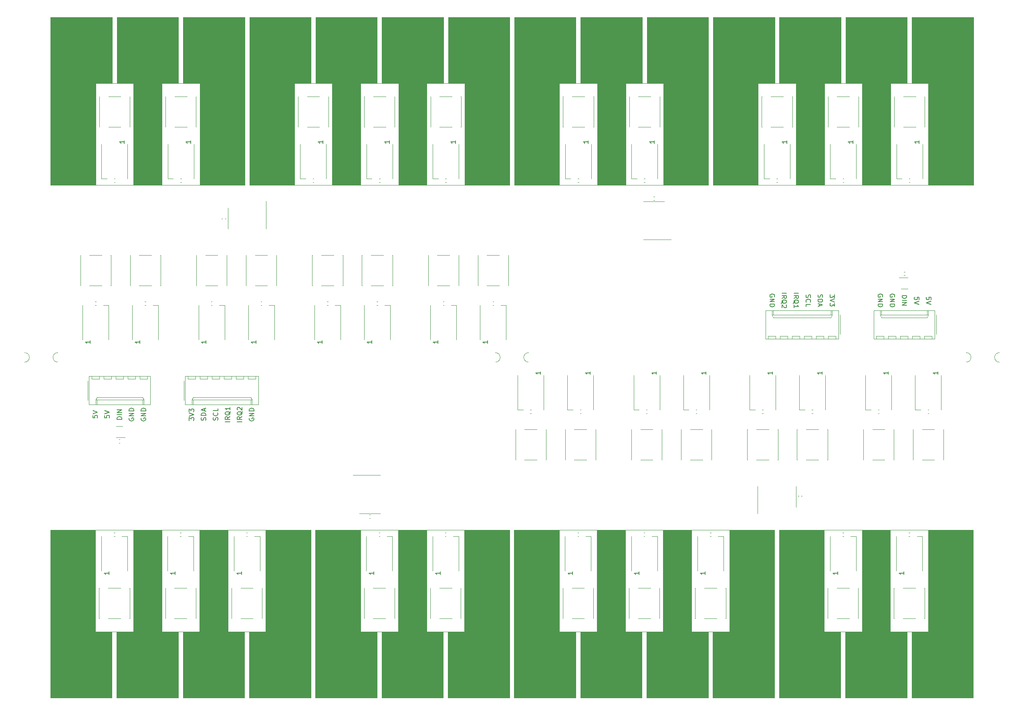
<source format=gbr>
%TF.GenerationSoftware,KiCad,Pcbnew,5.99.0-unknown-5db75805bd~106~ubuntu20.04.1*%
%TF.CreationDate,2021-01-05T12:39:38+10:00*%
%TF.ProjectId,panel_switch_piano_2up,70616e65-6c5f-4737-9769-7463685f7069,rev?*%
%TF.SameCoordinates,PX2faf080PY2160ec0*%
%TF.FileFunction,Legend,Top*%
%TF.FilePolarity,Positive*%
%FSLAX46Y46*%
G04 Gerber Fmt 4.6, Leading zero omitted, Abs format (unit mm)*
G04 Created by KiCad (PCBNEW 5.99.0-unknown-5db75805bd~106~ubuntu20.04.1) date 2021-01-05 12:39:38*
%MOMM*%
%LPD*%
G01*
G04 APERTURE LIST*
%ADD10C,0.100000*%
%ADD11C,0.150000*%
%ADD12C,0.120000*%
G04 APERTURE END LIST*
D10*
X80504466Y4904466D02*
X77004466Y4904466D01*
X77004466Y4904466D02*
X77004466Y18904466D01*
X77004466Y18904466D02*
X90004466Y18904466D01*
X90004466Y18904466D02*
X90004466Y4904466D01*
X90004466Y4904466D02*
X86504466Y4904466D01*
X86504466Y4904466D02*
X86504466Y-16595534D01*
X86504466Y-16595534D02*
X80504466Y-16595534D01*
X80504466Y-16595534D02*
X80504466Y4904466D01*
G36*
X90004466Y4904466D02*
G01*
X86504466Y4904466D01*
X86504466Y-16595534D01*
X80504466Y-16595534D01*
X80504466Y4904466D01*
X77004466Y4904466D01*
X77004466Y18904466D01*
X90004466Y18904466D01*
X90004466Y4904466D01*
G37*
X90004466Y4904466D02*
X86504466Y4904466D01*
X86504466Y-16595534D01*
X80504466Y-16595534D01*
X80504466Y4904466D01*
X77004466Y4904466D01*
X77004466Y18904466D01*
X90004466Y18904466D01*
X90004466Y4904466D01*
X30504466Y4904466D02*
X38504466Y4904466D01*
X38504466Y4904466D02*
X38504464Y-16595534D01*
X38504464Y-16595534D02*
X30504464Y-16595534D01*
X30504464Y-16595534D02*
X30504466Y4904466D01*
X94504466Y4904466D02*
X91004466Y4904466D01*
X91004466Y4904466D02*
X91004466Y18904466D01*
X91004466Y18904466D02*
X104004466Y18904466D01*
X104004466Y18904466D02*
X104004466Y-16595534D01*
X104004466Y-16595534D02*
X94504466Y-16595534D01*
X94504466Y-16595534D02*
X94504466Y4904466D01*
G36*
X104004466Y-16595534D02*
G01*
X94504466Y-16595534D01*
X94504466Y4904466D01*
X91004466Y4904466D01*
X91004466Y18904466D01*
X104004466Y18904466D01*
X104004466Y-16595534D01*
G37*
X104004466Y-16595534D02*
X94504466Y-16595534D01*
X94504466Y4904466D01*
X91004466Y4904466D01*
X91004466Y18904466D01*
X104004466Y18904466D01*
X104004466Y-16595534D01*
X164504466Y4904466D02*
X161004466Y4904466D01*
X161004466Y4904466D02*
X161004466Y18904466D01*
X161004466Y18904466D02*
X174004466Y18904466D01*
X174004466Y18904466D02*
X174004466Y4904466D01*
X174004466Y4904466D02*
X170504466Y4904466D01*
X170504466Y4904466D02*
X170504466Y-16595534D01*
X170504466Y-16595534D02*
X164504466Y-16595534D01*
X164504466Y-16595534D02*
X164504466Y4904466D01*
G36*
X174004466Y4904466D02*
G01*
X170504466Y4904466D01*
X170504466Y-16595534D01*
X164504466Y-16595534D01*
X164504466Y4904466D01*
X161004466Y4904466D01*
X161004466Y18904466D01*
X174004466Y18904466D01*
X174004466Y4904466D01*
G37*
X174004466Y4904466D02*
X170504466Y4904466D01*
X170504466Y-16595534D01*
X164504466Y-16595534D01*
X164504466Y4904466D01*
X161004466Y4904466D01*
X161004466Y18904466D01*
X174004466Y18904466D01*
X174004466Y4904466D01*
X49004466Y18904466D02*
X62004466Y18904466D01*
X62004466Y18904466D02*
X62004466Y4904466D01*
X62004466Y4904466D02*
X58504466Y4904466D01*
X58504466Y4904466D02*
X58504464Y-16595534D01*
X58504464Y-16595534D02*
X49004464Y-16595534D01*
X49004464Y-16595534D02*
X49004466Y18904466D01*
G36*
X62004466Y4904466D02*
G01*
X58504466Y4904466D01*
X58504464Y-16595534D01*
X49004464Y-16595534D01*
X49004466Y18904466D01*
X62004466Y18904466D01*
X62004466Y4904466D01*
G37*
X62004466Y4904466D02*
X58504466Y4904466D01*
X58504464Y-16595534D01*
X49004464Y-16595534D01*
X49004466Y18904466D01*
X62004466Y18904466D01*
X62004466Y4904466D01*
D11*
X193052085Y-40765057D02*
X193052085Y-40288867D01*
X192575894Y-40241248D01*
X192623513Y-40288867D01*
X192671132Y-40384105D01*
X192671132Y-40622200D01*
X192623513Y-40717438D01*
X192575894Y-40765057D01*
X192480656Y-40812676D01*
X192242561Y-40812676D01*
X192147323Y-40765057D01*
X192099704Y-40717438D01*
X192052085Y-40622200D01*
X192052085Y-40384105D01*
X192099704Y-40288867D01*
X192147323Y-40241248D01*
X193052085Y-41098391D02*
X192052085Y-41431724D01*
X193052085Y-41765057D01*
D10*
X105004466Y18904466D02*
X118004466Y18904466D01*
X118004466Y18904466D02*
X118004466Y4904466D01*
X118004466Y4904466D02*
X114504466Y4904466D01*
X114504466Y4904466D02*
X114504466Y-16595534D01*
X114504466Y-16595534D02*
X105004466Y-16595534D01*
X105004466Y-16595534D02*
X105004466Y18904466D01*
G36*
X118004466Y4904466D02*
G01*
X114504466Y4904466D01*
X114504466Y-16595534D01*
X105004466Y-16595534D01*
X105004466Y18904466D01*
X118004466Y18904466D01*
X118004466Y4904466D01*
G37*
X118004466Y4904466D02*
X114504466Y4904466D01*
X114504466Y-16595534D01*
X105004466Y-16595534D01*
X105004466Y18904466D01*
X118004466Y18904466D01*
X118004466Y4904466D01*
X72504466Y4904466D02*
X80504466Y4904466D01*
X80504466Y4904466D02*
X80504466Y-16595534D01*
X80504466Y-16595534D02*
X72504466Y-16595534D01*
X72504466Y-16595534D02*
X72504466Y4904466D01*
X192504466Y4904466D02*
X189004466Y4904466D01*
X189004466Y4904466D02*
X189004466Y18904466D01*
X189004466Y18904466D02*
X202004466Y18904466D01*
X202004466Y18904466D02*
X202004466Y-16595534D01*
X202004466Y-16595534D02*
X192504466Y-16595534D01*
X192504466Y-16595534D02*
X192504466Y4904466D01*
G36*
X202004466Y-16595534D02*
G01*
X192504466Y-16595534D01*
X192504466Y4904466D01*
X189004466Y4904466D01*
X189004466Y18904466D01*
X202004466Y18904466D01*
X202004466Y-16595534D01*
G37*
X202004466Y-16595534D02*
X192504466Y-16595534D01*
X192504466Y4904466D01*
X189004466Y4904466D01*
X189004466Y18904466D01*
X202004466Y18904466D01*
X202004466Y-16595534D01*
D11*
X161532085Y-39455534D02*
X162532085Y-39455534D01*
X161532085Y-40503153D02*
X162008275Y-40169819D01*
X161532085Y-39931724D02*
X162532085Y-39931724D01*
X162532085Y-40312676D01*
X162484466Y-40407914D01*
X162436846Y-40455534D01*
X162341608Y-40503153D01*
X162198751Y-40503153D01*
X162103513Y-40455534D01*
X162055894Y-40407914D01*
X162008275Y-40312676D01*
X162008275Y-39931724D01*
X161436846Y-41598391D02*
X161484466Y-41503153D01*
X161579704Y-41407914D01*
X161722561Y-41265057D01*
X161770180Y-41169819D01*
X161770180Y-41074581D01*
X161532085Y-41122200D02*
X161579704Y-41026962D01*
X161674942Y-40931724D01*
X161865418Y-40884105D01*
X162198751Y-40884105D01*
X162389227Y-40931724D01*
X162484466Y-41026962D01*
X162532085Y-41122200D01*
X162532085Y-41312676D01*
X162484466Y-41407914D01*
X162389227Y-41503153D01*
X162198751Y-41550772D01*
X161865418Y-41550772D01*
X161674942Y-41503153D01*
X161579704Y-41407914D01*
X161532085Y-41312676D01*
X161532085Y-41122200D01*
X162436846Y-41931724D02*
X162484466Y-41979343D01*
X162532085Y-42074581D01*
X162532085Y-42312676D01*
X162484466Y-42407914D01*
X162436846Y-42455534D01*
X162341608Y-42503153D01*
X162246370Y-42503153D01*
X162103513Y-42455534D01*
X161532085Y-41884105D01*
X161532085Y-42503153D01*
X166659704Y-39765057D02*
X166612085Y-39907914D01*
X166612085Y-40146010D01*
X166659704Y-40241248D01*
X166707323Y-40288867D01*
X166802561Y-40336486D01*
X166897799Y-40336486D01*
X166993037Y-40288867D01*
X167040656Y-40241248D01*
X167088275Y-40146010D01*
X167135894Y-39955534D01*
X167183513Y-39860295D01*
X167231132Y-39812676D01*
X167326370Y-39765057D01*
X167421608Y-39765057D01*
X167516846Y-39812676D01*
X167564466Y-39860295D01*
X167612085Y-39955534D01*
X167612085Y-40193629D01*
X167564466Y-40336486D01*
X166707323Y-41336486D02*
X166659704Y-41288867D01*
X166612085Y-41146010D01*
X166612085Y-41050772D01*
X166659704Y-40907914D01*
X166754942Y-40812676D01*
X166850180Y-40765057D01*
X167040656Y-40717438D01*
X167183513Y-40717438D01*
X167373989Y-40765057D01*
X167469227Y-40812676D01*
X167564466Y-40907914D01*
X167612085Y-41050772D01*
X167612085Y-41146010D01*
X167564466Y-41288867D01*
X167516846Y-41336486D01*
X166612085Y-42241248D02*
X166612085Y-41765057D01*
X167612085Y-41765057D01*
X190545593Y-40765057D02*
X190545593Y-40288867D01*
X190069402Y-40241248D01*
X190117021Y-40288867D01*
X190164640Y-40384105D01*
X190164640Y-40622200D01*
X190117021Y-40717438D01*
X190069402Y-40765057D01*
X189974164Y-40812676D01*
X189736069Y-40812676D01*
X189640831Y-40765057D01*
X189593212Y-40717438D01*
X189545593Y-40622200D01*
X189545593Y-40384105D01*
X189593212Y-40288867D01*
X189640831Y-40241248D01*
X190545593Y-41098391D02*
X189545593Y-41431724D01*
X190545593Y-41765057D01*
X186932085Y-39931724D02*
X187932085Y-39931724D01*
X187932085Y-40169819D01*
X187884466Y-40312676D01*
X187789227Y-40407914D01*
X187693989Y-40455534D01*
X187503513Y-40503153D01*
X187360656Y-40503153D01*
X187170180Y-40455534D01*
X187074942Y-40407914D01*
X186979704Y-40312676D01*
X186932085Y-40169819D01*
X186932085Y-39931724D01*
X186932085Y-40931724D02*
X187932085Y-40931724D01*
X186932085Y-41407914D02*
X187932085Y-41407914D01*
X186932085Y-41979343D01*
X187932085Y-41979343D01*
X164072085Y-39455534D02*
X165072085Y-39455534D01*
X164072085Y-40503153D02*
X164548275Y-40169819D01*
X164072085Y-39931724D02*
X165072085Y-39931724D01*
X165072085Y-40312676D01*
X165024466Y-40407914D01*
X164976846Y-40455534D01*
X164881608Y-40503153D01*
X164738751Y-40503153D01*
X164643513Y-40455534D01*
X164595894Y-40407914D01*
X164548275Y-40312676D01*
X164548275Y-39931724D01*
X163976846Y-41598391D02*
X164024466Y-41503153D01*
X164119704Y-41407914D01*
X164262561Y-41265057D01*
X164310180Y-41169819D01*
X164310180Y-41074581D01*
X164072085Y-41122200D02*
X164119704Y-41026962D01*
X164214942Y-40931724D01*
X164405418Y-40884105D01*
X164738751Y-40884105D01*
X164929227Y-40931724D01*
X165024466Y-41026962D01*
X165072085Y-41122200D01*
X165072085Y-41312676D01*
X165024466Y-41407914D01*
X164929227Y-41503153D01*
X164738751Y-41550772D01*
X164405418Y-41550772D01*
X164214942Y-41503153D01*
X164119704Y-41407914D01*
X164072085Y-41312676D01*
X164072085Y-41122200D01*
X164072085Y-42503153D02*
X164072085Y-41931724D01*
X164072085Y-42217438D02*
X165072085Y-42217438D01*
X164929227Y-42122200D01*
X164833989Y-42026962D01*
X164786370Y-41931724D01*
D10*
X24504464Y4904466D02*
X21004464Y4904466D01*
X21004464Y4904466D02*
X21004464Y18904466D01*
X21004464Y18904466D02*
X34004466Y18904466D01*
X34004466Y18904466D02*
X34004466Y4904466D01*
X34004466Y4904466D02*
X30504466Y4904466D01*
X30504466Y4904466D02*
X30504464Y-16595534D01*
X30504464Y-16595534D02*
X24504464Y-16595534D01*
X24504464Y-16595534D02*
X24504464Y4904466D01*
G36*
X34004466Y4904466D02*
G01*
X30504466Y4904466D01*
X30504464Y-16595534D01*
X24504464Y-16595534D01*
X24504464Y4904466D01*
X21004464Y4904466D01*
X21004464Y18904466D01*
X34004466Y18904466D01*
X34004466Y4904466D01*
G37*
X34004466Y4904466D02*
X30504466Y4904466D01*
X30504464Y-16595534D01*
X24504464Y-16595534D01*
X24504464Y4904466D01*
X21004464Y4904466D01*
X21004464Y18904466D01*
X34004466Y18904466D01*
X34004466Y4904466D01*
X58504466Y4904466D02*
X66504466Y4904466D01*
X66504466Y4904466D02*
X66504466Y-16595534D01*
X66504466Y-16595534D02*
X58504464Y-16595534D01*
X58504464Y-16595534D02*
X58504466Y4904466D01*
X86504466Y4904466D02*
X94504466Y4904466D01*
X94504466Y4904466D02*
X94504466Y-16595534D01*
X94504466Y-16595534D02*
X86504466Y-16595534D01*
X86504466Y-16595534D02*
X86504466Y4904466D01*
X170504466Y4904466D02*
X178504466Y4904466D01*
X178504466Y4904466D02*
X178504466Y-16595534D01*
X178504466Y-16595534D02*
X170504466Y-16595534D01*
X170504466Y-16595534D02*
X170504466Y4904466D01*
D11*
X182804466Y-40193629D02*
X182852085Y-40098391D01*
X182852085Y-39955534D01*
X182804466Y-39812676D01*
X182709227Y-39717438D01*
X182613989Y-39669819D01*
X182423513Y-39622200D01*
X182280656Y-39622200D01*
X182090180Y-39669819D01*
X181994942Y-39717438D01*
X181899704Y-39812676D01*
X181852085Y-39955534D01*
X181852085Y-40050772D01*
X181899704Y-40193629D01*
X181947323Y-40241248D01*
X182280656Y-40241248D01*
X182280656Y-40050772D01*
X181852085Y-40669819D02*
X182852085Y-40669819D01*
X181852085Y-41241248D01*
X182852085Y-41241248D01*
X181852085Y-41717438D02*
X182852085Y-41717438D01*
X182852085Y-41955534D01*
X182804466Y-42098391D01*
X182709227Y-42193629D01*
X182613989Y-42241248D01*
X182423513Y-42288867D01*
X182280656Y-42288867D01*
X182090180Y-42241248D01*
X181994942Y-42193629D01*
X181899704Y-42098391D01*
X181852085Y-41955534D01*
X181852085Y-41717438D01*
D10*
X128504466Y4904466D02*
X136504466Y4904466D01*
X136504466Y4904466D02*
X136504466Y-16595534D01*
X136504466Y-16595534D02*
X128504466Y-16595534D01*
X128504466Y-16595534D02*
X128504466Y4904466D01*
X122504466Y4904466D02*
X119004466Y4904466D01*
X119004466Y4904466D02*
X119004466Y18904466D01*
X119004466Y18904466D02*
X132004466Y18904466D01*
X132004466Y18904466D02*
X132004466Y4904466D01*
X132004466Y4904466D02*
X128504466Y4904466D01*
X128504466Y4904466D02*
X128504466Y-16595534D01*
X128504466Y-16595534D02*
X122504466Y-16595534D01*
X122504466Y-16595534D02*
X122504466Y4904466D01*
G36*
X132004466Y4904466D02*
G01*
X128504466Y4904466D01*
X128504466Y-16595534D01*
X122504466Y-16595534D01*
X122504466Y4904466D01*
X119004466Y4904466D01*
X119004466Y18904466D01*
X132004466Y18904466D01*
X132004466Y4904466D01*
G37*
X132004466Y4904466D02*
X128504466Y4904466D01*
X128504466Y-16595534D01*
X122504466Y-16595534D01*
X122504466Y4904466D01*
X119004466Y4904466D01*
X119004466Y18904466D01*
X132004466Y18904466D01*
X132004466Y4904466D01*
X7004464Y18904466D02*
X20004464Y18904466D01*
X20004464Y18904466D02*
X20004464Y4904466D01*
X20004464Y4904466D02*
X16504464Y4904466D01*
X16504464Y4904466D02*
X16504464Y-16595534D01*
X16504464Y-16595534D02*
X7004464Y-16595534D01*
X7004464Y-16595534D02*
X7004464Y18904466D01*
G36*
X20004464Y4904466D02*
G01*
X16504464Y4904466D01*
X16504464Y-16595534D01*
X7004464Y-16595534D01*
X7004464Y18904466D01*
X20004464Y18904466D01*
X20004464Y4904466D01*
G37*
X20004464Y4904466D02*
X16504464Y4904466D01*
X16504464Y-16595534D01*
X7004464Y-16595534D01*
X7004464Y18904466D01*
X20004464Y18904466D01*
X20004464Y4904466D01*
D11*
X172692085Y-39717438D02*
X172692085Y-40336486D01*
X172311132Y-40003153D01*
X172311132Y-40146010D01*
X172263513Y-40241248D01*
X172215894Y-40288867D01*
X172120656Y-40336486D01*
X171882561Y-40336486D01*
X171787323Y-40288867D01*
X171739704Y-40241248D01*
X171692085Y-40146010D01*
X171692085Y-39860295D01*
X171739704Y-39765057D01*
X171787323Y-39717438D01*
X172692085Y-40622200D02*
X171692085Y-40955534D01*
X172692085Y-41288867D01*
X172692085Y-41526962D02*
X172692085Y-42146010D01*
X172311132Y-41812676D01*
X172311132Y-41955534D01*
X172263513Y-42050772D01*
X172215894Y-42098391D01*
X172120656Y-42146010D01*
X171882561Y-42146010D01*
X171787323Y-42098391D01*
X171739704Y-42050772D01*
X171692085Y-41955534D01*
X171692085Y-41669819D01*
X171739704Y-41574581D01*
X171787323Y-41526962D01*
D10*
X66504466Y4904466D02*
X63004466Y4904466D01*
X63004466Y4904466D02*
X63004466Y18904466D01*
X63004466Y18904466D02*
X76004466Y18904466D01*
X76004466Y18904466D02*
X76004466Y4904466D01*
X76004466Y4904466D02*
X72504466Y4904466D01*
X72504466Y4904466D02*
X72504466Y-16595534D01*
X72504466Y-16595534D02*
X66504466Y-16595534D01*
X66504466Y-16595534D02*
X66504466Y4904466D01*
G36*
X76004466Y4904466D02*
G01*
X72504466Y4904466D01*
X72504466Y-16595534D01*
X66504466Y-16595534D01*
X66504466Y4904466D01*
X63004466Y4904466D01*
X63004466Y18904466D01*
X76004466Y18904466D01*
X76004466Y4904466D01*
G37*
X76004466Y4904466D02*
X72504466Y4904466D01*
X72504466Y-16595534D01*
X66504466Y-16595534D01*
X66504466Y4904466D01*
X63004466Y4904466D01*
X63004466Y18904466D01*
X76004466Y18904466D01*
X76004466Y4904466D01*
X147004466Y18904466D02*
X160004466Y18904466D01*
X160004466Y18904466D02*
X160004466Y4904466D01*
X160004466Y4904466D02*
X156504466Y4904466D01*
X156504466Y4904466D02*
X156504466Y-16595534D01*
X156504466Y-16595534D02*
X147004466Y-16595534D01*
X147004466Y-16595534D02*
X147004466Y18904466D01*
G36*
X160004466Y4904466D02*
G01*
X156504466Y4904466D01*
X156504466Y-16595534D01*
X147004466Y-16595534D01*
X147004466Y18904466D01*
X160004466Y18904466D01*
X160004466Y4904466D01*
G37*
X160004466Y4904466D02*
X156504466Y4904466D01*
X156504466Y-16595534D01*
X147004466Y-16595534D01*
X147004466Y18904466D01*
X160004466Y18904466D01*
X160004466Y4904466D01*
D11*
X185344466Y-40193629D02*
X185392085Y-40098391D01*
X185392085Y-39955534D01*
X185344466Y-39812676D01*
X185249227Y-39717438D01*
X185153989Y-39669819D01*
X184963513Y-39622200D01*
X184820656Y-39622200D01*
X184630180Y-39669819D01*
X184534942Y-39717438D01*
X184439704Y-39812676D01*
X184392085Y-39955534D01*
X184392085Y-40050772D01*
X184439704Y-40193629D01*
X184487323Y-40241248D01*
X184820656Y-40241248D01*
X184820656Y-40050772D01*
X184392085Y-40669819D02*
X185392085Y-40669819D01*
X184392085Y-41241248D01*
X185392085Y-41241248D01*
X184392085Y-41717438D02*
X185392085Y-41717438D01*
X185392085Y-41955534D01*
X185344466Y-42098391D01*
X185249227Y-42193629D01*
X185153989Y-42241248D01*
X184963513Y-42288867D01*
X184820656Y-42288867D01*
X184630180Y-42241248D01*
X184534942Y-42193629D01*
X184439704Y-42098391D01*
X184392085Y-41955534D01*
X184392085Y-41717438D01*
X159944466Y-40193629D02*
X159992085Y-40098391D01*
X159992085Y-39955534D01*
X159944466Y-39812676D01*
X159849227Y-39717438D01*
X159753989Y-39669819D01*
X159563513Y-39622200D01*
X159420656Y-39622200D01*
X159230180Y-39669819D01*
X159134942Y-39717438D01*
X159039704Y-39812676D01*
X158992085Y-39955534D01*
X158992085Y-40050772D01*
X159039704Y-40193629D01*
X159087323Y-40241248D01*
X159420656Y-40241248D01*
X159420656Y-40050772D01*
X158992085Y-40669819D02*
X159992085Y-40669819D01*
X158992085Y-41241248D01*
X159992085Y-41241248D01*
X158992085Y-41717438D02*
X159992085Y-41717438D01*
X159992085Y-41955534D01*
X159944466Y-42098391D01*
X159849227Y-42193629D01*
X159753989Y-42241248D01*
X159563513Y-42288867D01*
X159420656Y-42288867D01*
X159230180Y-42241248D01*
X159134942Y-42193629D01*
X159039704Y-42098391D01*
X158992085Y-41955534D01*
X158992085Y-41717438D01*
D10*
X156504466Y4904466D02*
X164504466Y4904466D01*
X164504466Y4904466D02*
X164504466Y-16595534D01*
X164504466Y-16595534D02*
X156504466Y-16595534D01*
X156504466Y-16595534D02*
X156504466Y4904466D01*
D11*
X169199704Y-39741248D02*
X169152085Y-39884105D01*
X169152085Y-40122200D01*
X169199704Y-40217438D01*
X169247323Y-40265057D01*
X169342561Y-40312676D01*
X169437799Y-40312676D01*
X169533037Y-40265057D01*
X169580656Y-40217438D01*
X169628275Y-40122200D01*
X169675894Y-39931724D01*
X169723513Y-39836486D01*
X169771132Y-39788867D01*
X169866370Y-39741248D01*
X169961608Y-39741248D01*
X170056846Y-39788867D01*
X170104466Y-39836486D01*
X170152085Y-39931724D01*
X170152085Y-40169819D01*
X170104466Y-40312676D01*
X169152085Y-40741248D02*
X170152085Y-40741248D01*
X170152085Y-40979343D01*
X170104466Y-41122200D01*
X170009227Y-41217438D01*
X169913989Y-41265057D01*
X169723513Y-41312676D01*
X169580656Y-41312676D01*
X169390180Y-41265057D01*
X169294942Y-41217438D01*
X169199704Y-41122200D01*
X169152085Y-40979343D01*
X169152085Y-40741248D01*
X169437799Y-41693629D02*
X169437799Y-42169819D01*
X169152085Y-41598391D02*
X170152085Y-41931724D01*
X169152085Y-42265057D01*
D10*
X178504466Y4904466D02*
X175004466Y4904466D01*
X175004466Y4904466D02*
X175004466Y18904466D01*
X175004466Y18904466D02*
X188004466Y18904466D01*
X188004466Y18904466D02*
X188004466Y4904466D01*
X188004466Y4904466D02*
X184504466Y4904466D01*
X184504466Y4904466D02*
X184504466Y-16595534D01*
X184504466Y-16595534D02*
X178504466Y-16595534D01*
X178504466Y-16595534D02*
X178504466Y4904466D01*
G36*
X188004466Y4904466D02*
G01*
X184504466Y4904466D01*
X184504466Y-16595534D01*
X178504466Y-16595534D01*
X178504466Y4904466D01*
X175004466Y4904466D01*
X175004466Y18904466D01*
X188004466Y18904466D01*
X188004466Y4904466D01*
G37*
X188004466Y4904466D02*
X184504466Y4904466D01*
X184504466Y-16595534D01*
X178504466Y-16595534D01*
X178504466Y4904466D01*
X175004466Y4904466D01*
X175004466Y18904466D01*
X188004466Y18904466D01*
X188004466Y4904466D01*
X184504466Y4904466D02*
X192504466Y4904466D01*
X192504466Y4904466D02*
X192504466Y-16595534D01*
X192504466Y-16595534D02*
X184504466Y-16595534D01*
X184504466Y-16595534D02*
X184504466Y4904466D01*
X38504466Y4904466D02*
X35004466Y4904466D01*
X35004466Y4904466D02*
X35004466Y18904466D01*
X35004466Y18904466D02*
X48004466Y18904466D01*
X48004466Y18904466D02*
X48004464Y-16595534D01*
X48004464Y-16595534D02*
X38504464Y-16595534D01*
X38504464Y-16595534D02*
X38504466Y4904466D01*
G36*
X48004464Y-16595534D02*
G01*
X38504464Y-16595534D01*
X38504466Y4904466D01*
X35004466Y4904466D01*
X35004466Y18904466D01*
X48004466Y18904466D01*
X48004464Y-16595534D01*
G37*
X48004464Y-16595534D02*
X38504464Y-16595534D01*
X38504466Y4904466D01*
X35004466Y4904466D01*
X35004466Y18904466D01*
X48004466Y18904466D01*
X48004464Y-16595534D01*
X16504464Y4904466D02*
X24504464Y4904466D01*
X24504464Y4904466D02*
X24504464Y-16595534D01*
X24504464Y-16595534D02*
X16504464Y-16595534D01*
X16504464Y-16595534D02*
X16504464Y4904466D01*
X136504466Y4904466D02*
X133004466Y4904466D01*
X133004466Y4904466D02*
X133004466Y18904466D01*
X133004466Y18904466D02*
X146004466Y18904466D01*
X146004466Y18904466D02*
X146004466Y-16595534D01*
X146004466Y-16595534D02*
X136504466Y-16595534D01*
X136504466Y-16595534D02*
X136504466Y4904466D01*
G36*
X146004466Y-16595534D02*
G01*
X136504466Y-16595534D01*
X136504466Y4904466D01*
X133004466Y4904466D01*
X133004466Y18904466D01*
X146004466Y18904466D01*
X146004466Y-16595534D01*
G37*
X146004466Y-16595534D02*
X136504466Y-16595534D01*
X136504466Y4904466D01*
X133004466Y4904466D01*
X133004466Y18904466D01*
X146004466Y18904466D01*
X146004466Y-16595534D01*
X114504466Y4904466D02*
X122504466Y4904466D01*
X122504466Y4904466D02*
X122504466Y-16595534D01*
X122504466Y-16595534D02*
X114504466Y-16595534D01*
X114504466Y-16595534D02*
X114504466Y4904466D01*
X128460000Y-110940000D02*
X131960000Y-110940000D01*
X131960000Y-110940000D02*
X131960000Y-124940000D01*
X131960000Y-124940000D02*
X118960000Y-124940000D01*
X118960000Y-124940000D02*
X118960000Y-110940000D01*
X118960000Y-110940000D02*
X122460000Y-110940000D01*
X122460000Y-110940000D02*
X122460000Y-89440000D01*
X122460000Y-89440000D02*
X128460000Y-89440000D01*
X128460000Y-89440000D02*
X128460000Y-110940000D01*
G36*
X128460000Y-110940000D02*
G01*
X131960000Y-110940000D01*
X131960000Y-124940000D01*
X118960000Y-124940000D01*
X118960000Y-110940000D01*
X122460000Y-110940000D01*
X122460000Y-89440000D01*
X128460000Y-89440000D01*
X128460000Y-110940000D01*
G37*
X128460000Y-110940000D02*
X131960000Y-110940000D01*
X131960000Y-124940000D01*
X118960000Y-124940000D01*
X118960000Y-110940000D01*
X122460000Y-110940000D01*
X122460000Y-89440000D01*
X128460000Y-89440000D01*
X128460000Y-110940000D01*
X80460000Y-110940000D02*
X72460000Y-110940000D01*
X72460000Y-110940000D02*
X72460000Y-89440000D01*
X72460000Y-89440000D02*
X80460000Y-89440000D01*
X80460000Y-89440000D02*
X80460000Y-110940000D01*
X201960000Y-124940000D02*
X188960000Y-124940000D01*
X188960000Y-124940000D02*
X188960000Y-110940000D01*
X188960000Y-110940000D02*
X192460000Y-110940000D01*
X192460000Y-110940000D02*
X192460000Y-89440000D01*
X192460000Y-89440000D02*
X201960000Y-89440000D01*
X201960000Y-89440000D02*
X201960000Y-124940000D01*
G36*
X201960000Y-124940000D02*
G01*
X188960000Y-124940000D01*
X188960000Y-110940000D01*
X192460000Y-110940000D01*
X192460000Y-89440000D01*
X201960000Y-89440000D01*
X201960000Y-124940000D01*
G37*
X201960000Y-124940000D02*
X188960000Y-124940000D01*
X188960000Y-110940000D01*
X192460000Y-110940000D01*
X192460000Y-89440000D01*
X201960000Y-89440000D01*
X201960000Y-124940000D01*
X159960000Y-124940000D02*
X146960000Y-124940000D01*
X146960000Y-124940000D02*
X146960000Y-110940000D01*
X146960000Y-110940000D02*
X150460000Y-110940000D01*
X150460000Y-110940000D02*
X150460000Y-89440000D01*
X150460000Y-89440000D02*
X159960000Y-89440000D01*
X159960000Y-89440000D02*
X159960000Y-124940000D01*
G36*
X159960000Y-124940000D02*
G01*
X146960000Y-124940000D01*
X146960000Y-110940000D01*
X150460000Y-110940000D01*
X150460000Y-89440000D01*
X159960000Y-89440000D01*
X159960000Y-124940000D01*
G37*
X159960000Y-124940000D02*
X146960000Y-124940000D01*
X146960000Y-110940000D01*
X150460000Y-110940000D01*
X150460000Y-89440000D01*
X159960000Y-89440000D01*
X159960000Y-124940000D01*
X122460000Y-110940000D02*
X114460000Y-110940000D01*
X114460000Y-110940000D02*
X114460000Y-89440000D01*
X114460000Y-89440000D02*
X122460000Y-89440000D01*
X122460000Y-89440000D02*
X122460000Y-110940000D01*
X150460000Y-110940000D02*
X142460000Y-110940000D01*
X142460000Y-110940000D02*
X142460000Y-89440000D01*
X142460000Y-89440000D02*
X150460000Y-89440000D01*
X150460000Y-89440000D02*
X150460000Y-110940000D01*
X184460000Y-110940000D02*
X187960000Y-110940000D01*
X187960000Y-110940000D02*
X187960000Y-124940000D01*
X187960000Y-124940000D02*
X174960000Y-124940000D01*
X174960000Y-124940000D02*
X174960000Y-110940000D01*
X174960000Y-110940000D02*
X178460000Y-110940000D01*
X178460000Y-110940000D02*
X178460000Y-89440000D01*
X178460000Y-89440000D02*
X184460000Y-89440000D01*
X184460000Y-89440000D02*
X184460000Y-110940000D01*
G36*
X184460000Y-110940000D02*
G01*
X187960000Y-110940000D01*
X187960000Y-124940000D01*
X174960000Y-124940000D01*
X174960000Y-110940000D01*
X178460000Y-110940000D01*
X178460000Y-89440000D01*
X184460000Y-89440000D01*
X184460000Y-110940000D01*
G37*
X184460000Y-110940000D02*
X187960000Y-110940000D01*
X187960000Y-124940000D01*
X174960000Y-124940000D01*
X174960000Y-110940000D01*
X178460000Y-110940000D01*
X178460000Y-89440000D01*
X184460000Y-89440000D01*
X184460000Y-110940000D01*
X52460000Y-110940000D02*
X44460000Y-110940000D01*
X44460000Y-110940000D02*
X44460000Y-89440000D01*
X44460000Y-89440000D02*
X52460000Y-89440000D01*
X52460000Y-89440000D02*
X52460000Y-110940000D01*
X38460000Y-110940000D02*
X30460000Y-110940000D01*
X30460000Y-110940000D02*
X30460000Y-89440000D01*
X30460000Y-89440000D02*
X38460000Y-89440000D01*
X38460000Y-89440000D02*
X38460000Y-110940000D01*
X86460000Y-110940000D02*
X89960000Y-110940000D01*
X89960000Y-110940000D02*
X89960000Y-124940000D01*
X89960000Y-124940000D02*
X76960000Y-124940000D01*
X76960000Y-124940000D02*
X76960000Y-110940000D01*
X76960000Y-110940000D02*
X80460000Y-110940000D01*
X80460000Y-110940000D02*
X80460000Y-89440000D01*
X80460000Y-89440000D02*
X86460000Y-89440000D01*
X86460000Y-89440000D02*
X86460000Y-110940000D01*
G36*
X86460000Y-110940000D02*
G01*
X89960000Y-110940000D01*
X89960000Y-124940000D01*
X76960000Y-124940000D01*
X76960000Y-110940000D01*
X80460000Y-110940000D01*
X80460000Y-89440000D01*
X86460000Y-89440000D01*
X86460000Y-110940000D01*
G37*
X86460000Y-110940000D02*
X89960000Y-110940000D01*
X89960000Y-124940000D01*
X76960000Y-124940000D01*
X76960000Y-110940000D01*
X80460000Y-110940000D01*
X80460000Y-89440000D01*
X86460000Y-89440000D01*
X86460000Y-110940000D01*
X94460000Y-110940000D02*
X86460000Y-110940000D01*
X86460000Y-110940000D02*
X86460000Y-89440000D01*
X86460000Y-89440000D02*
X94460000Y-89440000D01*
X94460000Y-89440000D02*
X94460000Y-110940000D01*
X44460000Y-110940000D02*
X47960000Y-110940000D01*
X47960000Y-110940000D02*
X47960000Y-124940000D01*
X47960000Y-124940000D02*
X34960000Y-124940000D01*
X34960000Y-124940000D02*
X34960000Y-110940000D01*
X34960000Y-110940000D02*
X38460000Y-110940000D01*
X38460000Y-110940000D02*
X38460000Y-89440000D01*
X38460000Y-89440000D02*
X44460000Y-89440000D01*
X44460000Y-89440000D02*
X44460000Y-110940000D01*
G36*
X44460000Y-110940000D02*
G01*
X47960000Y-110940000D01*
X47960000Y-124940000D01*
X34960000Y-124940000D01*
X34960000Y-110940000D01*
X38460000Y-110940000D01*
X38460000Y-89440000D01*
X44460000Y-89440000D01*
X44460000Y-110940000D01*
G37*
X44460000Y-110940000D02*
X47960000Y-110940000D01*
X47960000Y-124940000D01*
X34960000Y-124940000D01*
X34960000Y-110940000D01*
X38460000Y-110940000D01*
X38460000Y-89440000D01*
X44460000Y-89440000D01*
X44460000Y-110940000D01*
X24460000Y-110940000D02*
X16460000Y-110940000D01*
X16460000Y-110940000D02*
X16460000Y-89440000D01*
X16460000Y-89440000D02*
X24460000Y-89440000D01*
X24460000Y-89440000D02*
X24460000Y-110940000D01*
X142460000Y-110940000D02*
X145960000Y-110940000D01*
X145960000Y-110940000D02*
X145960000Y-124940000D01*
X145960000Y-124940000D02*
X132960000Y-124940000D01*
X132960000Y-124940000D02*
X132960000Y-110940000D01*
X132960000Y-110940000D02*
X136460000Y-110940000D01*
X136460000Y-110940000D02*
X136460000Y-89440000D01*
X136460000Y-89440000D02*
X142460000Y-89440000D01*
X142460000Y-89440000D02*
X142460000Y-110940000D01*
G36*
X142460000Y-110940000D02*
G01*
X145960000Y-110940000D01*
X145960000Y-124940000D01*
X132960000Y-124940000D01*
X132960000Y-110940000D01*
X136460000Y-110940000D01*
X136460000Y-89440000D01*
X142460000Y-89440000D01*
X142460000Y-110940000D01*
G37*
X142460000Y-110940000D02*
X145960000Y-110940000D01*
X145960000Y-124940000D01*
X132960000Y-124940000D01*
X132960000Y-110940000D01*
X136460000Y-110940000D01*
X136460000Y-89440000D01*
X142460000Y-89440000D01*
X142460000Y-110940000D01*
X178460000Y-110940000D02*
X170460000Y-110940000D01*
X170460000Y-110940000D02*
X170460000Y-89440000D01*
X170460000Y-89440000D02*
X178460000Y-89440000D01*
X178460000Y-89440000D02*
X178460000Y-110940000D01*
X30460000Y-110940000D02*
X33960000Y-110940000D01*
X33960000Y-110940000D02*
X33960000Y-124940000D01*
X33960000Y-124940000D02*
X20960000Y-124940000D01*
X20960000Y-124940000D02*
X20960000Y-110940000D01*
X20960000Y-110940000D02*
X24460000Y-110940000D01*
X24460000Y-110940000D02*
X24460000Y-89440000D01*
X24460000Y-89440000D02*
X30460000Y-89440000D01*
X30460000Y-89440000D02*
X30460000Y-110940000D01*
G36*
X30460000Y-110940000D02*
G01*
X33960000Y-110940000D01*
X33960000Y-124940000D01*
X20960000Y-124940000D01*
X20960000Y-110940000D01*
X24460000Y-110940000D01*
X24460000Y-89440000D01*
X30460000Y-89440000D01*
X30460000Y-110940000D01*
G37*
X30460000Y-110940000D02*
X33960000Y-110940000D01*
X33960000Y-124940000D01*
X20960000Y-124940000D01*
X20960000Y-110940000D01*
X24460000Y-110940000D01*
X24460000Y-89440000D01*
X30460000Y-89440000D01*
X30460000Y-110940000D01*
X136460000Y-110940000D02*
X128460000Y-110940000D01*
X128460000Y-110940000D02*
X128460000Y-89440000D01*
X128460000Y-89440000D02*
X136460000Y-89440000D01*
X136460000Y-89440000D02*
X136460000Y-110940000D01*
X170460000Y-110940000D02*
X173960000Y-110940000D01*
X173960000Y-110940000D02*
X173960000Y-124940000D01*
X173960000Y-124940000D02*
X160960000Y-124940000D01*
X160960000Y-124940000D02*
X160960000Y-89440000D01*
X160960000Y-89440000D02*
X170460000Y-89440000D01*
X170460000Y-89440000D02*
X170460000Y-110940000D01*
G36*
X170460000Y-110940000D02*
G01*
X173960000Y-110940000D01*
X173960000Y-124940000D01*
X160960000Y-124940000D01*
X160960000Y-89440000D01*
X170460000Y-89440000D01*
X170460000Y-110940000D01*
G37*
X170460000Y-110940000D02*
X173960000Y-110940000D01*
X173960000Y-124940000D01*
X160960000Y-124940000D01*
X160960000Y-89440000D01*
X170460000Y-89440000D01*
X170460000Y-110940000D01*
X72460000Y-110940000D02*
X75960000Y-110940000D01*
X75960000Y-110940000D02*
X75960000Y-124940000D01*
X75960000Y-124940000D02*
X62960000Y-124940000D01*
X62960000Y-124940000D02*
X62960000Y-89440000D01*
X62960000Y-89440000D02*
X72460000Y-89440000D01*
X72460000Y-89440000D02*
X72460000Y-110940000D01*
G36*
X72460000Y-110940000D02*
G01*
X75960000Y-110940000D01*
X75960000Y-124940000D01*
X62960000Y-124940000D01*
X62960000Y-89440000D01*
X72460000Y-89440000D01*
X72460000Y-110940000D01*
G37*
X72460000Y-110940000D02*
X75960000Y-110940000D01*
X75960000Y-124940000D01*
X62960000Y-124940000D01*
X62960000Y-89440000D01*
X72460000Y-89440000D01*
X72460000Y-110940000D01*
X16460000Y-110940000D02*
X19960000Y-110940000D01*
X19960000Y-110940000D02*
X19960000Y-124940000D01*
X19960000Y-124940000D02*
X6960000Y-124940000D01*
X6960000Y-124940000D02*
X6960000Y-89440000D01*
X6960000Y-89440000D02*
X16460000Y-89440000D01*
X16460000Y-89440000D02*
X16460000Y-110940000D01*
G36*
X16460000Y-110940000D02*
G01*
X19960000Y-110940000D01*
X19960000Y-124940000D01*
X6960000Y-124940000D01*
X6960000Y-89440000D01*
X16460000Y-89440000D01*
X16460000Y-110940000D01*
G37*
X16460000Y-110940000D02*
X19960000Y-110940000D01*
X19960000Y-124940000D01*
X6960000Y-124940000D01*
X6960000Y-89440000D01*
X16460000Y-89440000D01*
X16460000Y-110940000D01*
X114460000Y-110940000D02*
X117960000Y-110940000D01*
X117960000Y-110940000D02*
X117960000Y-124940000D01*
X117960000Y-124940000D02*
X104960000Y-124940000D01*
X104960000Y-124940000D02*
X104960000Y-89440000D01*
X104960000Y-89440000D02*
X114460000Y-89440000D01*
X114460000Y-89440000D02*
X114460000Y-110940000D01*
G36*
X114460000Y-110940000D02*
G01*
X117960000Y-110940000D01*
X117960000Y-124940000D01*
X104960000Y-124940000D01*
X104960000Y-89440000D01*
X114460000Y-89440000D01*
X114460000Y-110940000D01*
G37*
X114460000Y-110940000D02*
X117960000Y-110940000D01*
X117960000Y-124940000D01*
X104960000Y-124940000D01*
X104960000Y-89440000D01*
X114460000Y-89440000D01*
X114460000Y-110940000D01*
X103960000Y-124940000D02*
X90960000Y-124940000D01*
X90960000Y-124940000D02*
X90960000Y-110940000D01*
X90960000Y-110940000D02*
X94460000Y-110940000D01*
X94460000Y-110940000D02*
X94460000Y-89440000D01*
X94460000Y-89440000D02*
X103960000Y-89440000D01*
X103960000Y-89440000D02*
X103960000Y-124940000D01*
G36*
X103960000Y-124940000D02*
G01*
X90960000Y-124940000D01*
X90960000Y-110940000D01*
X94460000Y-110940000D01*
X94460000Y-89440000D01*
X103960000Y-89440000D01*
X103960000Y-124940000D01*
G37*
X103960000Y-124940000D02*
X90960000Y-124940000D01*
X90960000Y-110940000D01*
X94460000Y-110940000D01*
X94460000Y-89440000D01*
X103960000Y-89440000D01*
X103960000Y-124940000D01*
X192460000Y-110940000D02*
X184460000Y-110940000D01*
X184460000Y-110940000D02*
X184460000Y-89440000D01*
X184460000Y-89440000D02*
X192460000Y-89440000D01*
X192460000Y-89440000D02*
X192460000Y-110940000D01*
X61960000Y-124940000D02*
X48960000Y-124940000D01*
X48960000Y-124940000D02*
X48960000Y-110940000D01*
X48960000Y-110940000D02*
X52460000Y-110940000D01*
X52460000Y-110940000D02*
X52460000Y-89440000D01*
X52460000Y-89440000D02*
X61960000Y-89440000D01*
X61960000Y-89440000D02*
X61960000Y-124940000D01*
G36*
X61960000Y-124940000D02*
G01*
X48960000Y-124940000D01*
X48960000Y-110940000D01*
X52460000Y-110940000D01*
X52460000Y-89440000D01*
X61960000Y-89440000D01*
X61960000Y-124940000D01*
G37*
X61960000Y-124940000D02*
X48960000Y-124940000D01*
X48960000Y-110940000D01*
X52460000Y-110940000D01*
X52460000Y-89440000D01*
X61960000Y-89440000D01*
X61960000Y-124940000D01*
D11*
X39764761Y-66294285D02*
X39812380Y-66151428D01*
X39812380Y-65913333D01*
X39764761Y-65818095D01*
X39717142Y-65770476D01*
X39621904Y-65722857D01*
X39526666Y-65722857D01*
X39431428Y-65770476D01*
X39383809Y-65818095D01*
X39336190Y-65913333D01*
X39288571Y-66103809D01*
X39240952Y-66199047D01*
X39193333Y-66246666D01*
X39098095Y-66294285D01*
X39002857Y-66294285D01*
X38907619Y-66246666D01*
X38860000Y-66199047D01*
X38812380Y-66103809D01*
X38812380Y-65865714D01*
X38860000Y-65722857D01*
X39812380Y-65294285D02*
X38812380Y-65294285D01*
X38812380Y-65056190D01*
X38860000Y-64913333D01*
X38955238Y-64818095D01*
X39050476Y-64770476D01*
X39240952Y-64722857D01*
X39383809Y-64722857D01*
X39574285Y-64770476D01*
X39669523Y-64818095D01*
X39764761Y-64913333D01*
X39812380Y-65056190D01*
X39812380Y-65294285D01*
X39526666Y-64341904D02*
X39526666Y-63865714D01*
X39812380Y-64437142D02*
X38812380Y-64103809D01*
X39812380Y-63770476D01*
X22032380Y-66103809D02*
X21032380Y-66103809D01*
X21032380Y-65865714D01*
X21080000Y-65722857D01*
X21175238Y-65627619D01*
X21270476Y-65580000D01*
X21460952Y-65532380D01*
X21603809Y-65532380D01*
X21794285Y-65580000D01*
X21889523Y-65627619D01*
X21984761Y-65722857D01*
X22032380Y-65865714D01*
X22032380Y-66103809D01*
X22032380Y-65103809D02*
X21032380Y-65103809D01*
X22032380Y-64627619D02*
X21032380Y-64627619D01*
X22032380Y-64056190D01*
X21032380Y-64056190D01*
X23620000Y-65841904D02*
X23572380Y-65937142D01*
X23572380Y-66080000D01*
X23620000Y-66222857D01*
X23715238Y-66318095D01*
X23810476Y-66365714D01*
X24000952Y-66413333D01*
X24143809Y-66413333D01*
X24334285Y-66365714D01*
X24429523Y-66318095D01*
X24524761Y-66222857D01*
X24572380Y-66080000D01*
X24572380Y-65984761D01*
X24524761Y-65841904D01*
X24477142Y-65794285D01*
X24143809Y-65794285D01*
X24143809Y-65984761D01*
X24572380Y-65365714D02*
X23572380Y-65365714D01*
X24572380Y-64794285D01*
X23572380Y-64794285D01*
X24572380Y-64318095D02*
X23572380Y-64318095D01*
X23572380Y-64080000D01*
X23620000Y-63937142D01*
X23715238Y-63841904D01*
X23810476Y-63794285D01*
X24000952Y-63746666D01*
X24143809Y-63746666D01*
X24334285Y-63794285D01*
X24429523Y-63841904D01*
X24524761Y-63937142D01*
X24572380Y-64080000D01*
X24572380Y-64318095D01*
X18418872Y-65270476D02*
X18418872Y-65746666D01*
X18895063Y-65794285D01*
X18847444Y-65746666D01*
X18799825Y-65651428D01*
X18799825Y-65413333D01*
X18847444Y-65318095D01*
X18895063Y-65270476D01*
X18990301Y-65222857D01*
X19228396Y-65222857D01*
X19323634Y-65270476D01*
X19371253Y-65318095D01*
X19418872Y-65413333D01*
X19418872Y-65651428D01*
X19371253Y-65746666D01*
X19323634Y-65794285D01*
X18418872Y-64937142D02*
X19418872Y-64603809D01*
X18418872Y-64270476D01*
X15912380Y-65270476D02*
X15912380Y-65746666D01*
X16388571Y-65794285D01*
X16340952Y-65746666D01*
X16293333Y-65651428D01*
X16293333Y-65413333D01*
X16340952Y-65318095D01*
X16388571Y-65270476D01*
X16483809Y-65222857D01*
X16721904Y-65222857D01*
X16817142Y-65270476D01*
X16864761Y-65318095D01*
X16912380Y-65413333D01*
X16912380Y-65651428D01*
X16864761Y-65746666D01*
X16817142Y-65794285D01*
X15912380Y-64937142D02*
X16912380Y-64603809D01*
X15912380Y-64270476D01*
X47432380Y-66580000D02*
X46432380Y-66580000D01*
X47432380Y-65532380D02*
X46956190Y-65865714D01*
X47432380Y-66103809D02*
X46432380Y-66103809D01*
X46432380Y-65722857D01*
X46480000Y-65627619D01*
X46527619Y-65580000D01*
X46622857Y-65532380D01*
X46765714Y-65532380D01*
X46860952Y-65580000D01*
X46908571Y-65627619D01*
X46956190Y-65722857D01*
X46956190Y-66103809D01*
X47527619Y-64437142D02*
X47480000Y-64532380D01*
X47384761Y-64627619D01*
X47241904Y-64770476D01*
X47194285Y-64865714D01*
X47194285Y-64960952D01*
X47432380Y-64913333D02*
X47384761Y-65008571D01*
X47289523Y-65103809D01*
X47099047Y-65151428D01*
X46765714Y-65151428D01*
X46575238Y-65103809D01*
X46480000Y-65008571D01*
X46432380Y-64913333D01*
X46432380Y-64722857D01*
X46480000Y-64627619D01*
X46575238Y-64532380D01*
X46765714Y-64484761D01*
X47099047Y-64484761D01*
X47289523Y-64532380D01*
X47384761Y-64627619D01*
X47432380Y-64722857D01*
X47432380Y-64913333D01*
X46527619Y-64103809D02*
X46480000Y-64056190D01*
X46432380Y-63960952D01*
X46432380Y-63722857D01*
X46480000Y-63627619D01*
X46527619Y-63580000D01*
X46622857Y-63532380D01*
X46718095Y-63532380D01*
X46860952Y-63580000D01*
X47432380Y-64151428D01*
X47432380Y-63532380D01*
X42304761Y-66270476D02*
X42352380Y-66127619D01*
X42352380Y-65889523D01*
X42304761Y-65794285D01*
X42257142Y-65746666D01*
X42161904Y-65699047D01*
X42066666Y-65699047D01*
X41971428Y-65746666D01*
X41923809Y-65794285D01*
X41876190Y-65889523D01*
X41828571Y-66080000D01*
X41780952Y-66175238D01*
X41733333Y-66222857D01*
X41638095Y-66270476D01*
X41542857Y-66270476D01*
X41447619Y-66222857D01*
X41400000Y-66175238D01*
X41352380Y-66080000D01*
X41352380Y-65841904D01*
X41400000Y-65699047D01*
X42257142Y-64699047D02*
X42304761Y-64746666D01*
X42352380Y-64889523D01*
X42352380Y-64984761D01*
X42304761Y-65127619D01*
X42209523Y-65222857D01*
X42114285Y-65270476D01*
X41923809Y-65318095D01*
X41780952Y-65318095D01*
X41590476Y-65270476D01*
X41495238Y-65222857D01*
X41400000Y-65127619D01*
X41352380Y-64984761D01*
X41352380Y-64889523D01*
X41400000Y-64746666D01*
X41447619Y-64699047D01*
X42352380Y-63794285D02*
X42352380Y-64270476D01*
X41352380Y-64270476D01*
X44892380Y-66580000D02*
X43892380Y-66580000D01*
X44892380Y-65532380D02*
X44416190Y-65865714D01*
X44892380Y-66103809D02*
X43892380Y-66103809D01*
X43892380Y-65722857D01*
X43940000Y-65627619D01*
X43987619Y-65580000D01*
X44082857Y-65532380D01*
X44225714Y-65532380D01*
X44320952Y-65580000D01*
X44368571Y-65627619D01*
X44416190Y-65722857D01*
X44416190Y-66103809D01*
X44987619Y-64437142D02*
X44940000Y-64532380D01*
X44844761Y-64627619D01*
X44701904Y-64770476D01*
X44654285Y-64865714D01*
X44654285Y-64960952D01*
X44892380Y-64913333D02*
X44844761Y-65008571D01*
X44749523Y-65103809D01*
X44559047Y-65151428D01*
X44225714Y-65151428D01*
X44035238Y-65103809D01*
X43940000Y-65008571D01*
X43892380Y-64913333D01*
X43892380Y-64722857D01*
X43940000Y-64627619D01*
X44035238Y-64532380D01*
X44225714Y-64484761D01*
X44559047Y-64484761D01*
X44749523Y-64532380D01*
X44844761Y-64627619D01*
X44892380Y-64722857D01*
X44892380Y-64913333D01*
X44892380Y-63532380D02*
X44892380Y-64103809D01*
X44892380Y-63818095D02*
X43892380Y-63818095D01*
X44035238Y-63913333D01*
X44130476Y-64008571D01*
X44178095Y-64103809D01*
X26160000Y-65841904D02*
X26112380Y-65937142D01*
X26112380Y-66080000D01*
X26160000Y-66222857D01*
X26255238Y-66318095D01*
X26350476Y-66365714D01*
X26540952Y-66413333D01*
X26683809Y-66413333D01*
X26874285Y-66365714D01*
X26969523Y-66318095D01*
X27064761Y-66222857D01*
X27112380Y-66080000D01*
X27112380Y-65984761D01*
X27064761Y-65841904D01*
X27017142Y-65794285D01*
X26683809Y-65794285D01*
X26683809Y-65984761D01*
X27112380Y-65365714D02*
X26112380Y-65365714D01*
X27112380Y-64794285D01*
X26112380Y-64794285D01*
X27112380Y-64318095D02*
X26112380Y-64318095D01*
X26112380Y-64080000D01*
X26160000Y-63937142D01*
X26255238Y-63841904D01*
X26350476Y-63794285D01*
X26540952Y-63746666D01*
X26683809Y-63746666D01*
X26874285Y-63794285D01*
X26969523Y-63841904D01*
X27064761Y-63937142D01*
X27112380Y-64080000D01*
X27112380Y-64318095D01*
X36272380Y-66318095D02*
X36272380Y-65699047D01*
X36653333Y-66032380D01*
X36653333Y-65889523D01*
X36700952Y-65794285D01*
X36748571Y-65746666D01*
X36843809Y-65699047D01*
X37081904Y-65699047D01*
X37177142Y-65746666D01*
X37224761Y-65794285D01*
X37272380Y-65889523D01*
X37272380Y-66175238D01*
X37224761Y-66270476D01*
X37177142Y-66318095D01*
X36272380Y-65413333D02*
X37272380Y-65080000D01*
X36272380Y-64746666D01*
X36272380Y-64508571D02*
X36272380Y-63889523D01*
X36653333Y-64222857D01*
X36653333Y-64080000D01*
X36700952Y-63984761D01*
X36748571Y-63937142D01*
X36843809Y-63889523D01*
X37081904Y-63889523D01*
X37177142Y-63937142D01*
X37224761Y-63984761D01*
X37272380Y-64080000D01*
X37272380Y-64365714D01*
X37224761Y-64460952D01*
X37177142Y-64508571D01*
X49020000Y-65841904D02*
X48972380Y-65937142D01*
X48972380Y-66080000D01*
X49020000Y-66222857D01*
X49115238Y-66318095D01*
X49210476Y-66365714D01*
X49400952Y-66413333D01*
X49543809Y-66413333D01*
X49734285Y-66365714D01*
X49829523Y-66318095D01*
X49924761Y-66222857D01*
X49972380Y-66080000D01*
X49972380Y-65984761D01*
X49924761Y-65841904D01*
X49877142Y-65794285D01*
X49543809Y-65794285D01*
X49543809Y-65984761D01*
X49972380Y-65365714D02*
X48972380Y-65365714D01*
X49972380Y-64794285D01*
X48972380Y-64794285D01*
X49972380Y-64318095D02*
X48972380Y-64318095D01*
X48972380Y-64080000D01*
X49020000Y-63937142D01*
X49115238Y-63841904D01*
X49210476Y-63794285D01*
X49400952Y-63746666D01*
X49543809Y-63746666D01*
X49734285Y-63794285D01*
X49829523Y-63841904D01*
X49924761Y-63937142D01*
X49972380Y-64080000D01*
X49972380Y-64318095D01*
%TO.C,U33*%
X74856846Y-49459819D02*
X74856846Y-50031248D01*
X74856846Y-49745534D02*
X73856846Y-49745534D01*
X73999704Y-49840772D01*
X74094942Y-49936010D01*
X74142561Y-50031248D01*
%TO.C,U15*%
X92556846Y-7159819D02*
X92556846Y-7731248D01*
X92556846Y-7445534D02*
X91556846Y-7445534D01*
X91699704Y-7540772D01*
X91794942Y-7636010D01*
X91842561Y-7731248D01*
%TO.C,U28*%
X15356846Y-49459819D02*
X15356846Y-50031248D01*
X15356846Y-49745534D02*
X14356846Y-49745534D01*
X14499704Y-49840772D01*
X14594942Y-49936010D01*
X14642561Y-50031248D01*
%TO.C,U24*%
X22556846Y-7159819D02*
X22556846Y-7731248D01*
X22556846Y-7445534D02*
X21556846Y-7445534D01*
X21699704Y-7540772D01*
X21794942Y-7636010D01*
X21842561Y-7731248D01*
%TO.C,U34*%
X88856846Y-49459819D02*
X88856846Y-50031248D01*
X88856846Y-49745534D02*
X87856846Y-49745534D01*
X87999704Y-49840772D01*
X88094942Y-49936010D01*
X88142561Y-50031248D01*
%TO.C,U16*%
X85556846Y-7159819D02*
X85556846Y-7731248D01*
X85556846Y-7445534D02*
X84556846Y-7445534D01*
X84699704Y-7540772D01*
X84794942Y-7636010D01*
X84842561Y-7731248D01*
%TO.C,U18*%
X71556846Y-7159819D02*
X71556846Y-7731248D01*
X71556846Y-7445534D02*
X70556846Y-7445534D01*
X70699704Y-7540772D01*
X70794942Y-7636010D01*
X70842561Y-7731248D01*
%TO.C,U12*%
X120556846Y-7159819D02*
X120556846Y-7731248D01*
X120556846Y-7445534D02*
X119556846Y-7445534D01*
X119699704Y-7540772D01*
X119794942Y-7636010D01*
X119842561Y-7731248D01*
%TO.C,U14*%
X99556846Y-7159819D02*
X99556846Y-7731248D01*
X99556846Y-7445534D02*
X98556846Y-7445534D01*
X98699704Y-7540772D01*
X98794942Y-7636010D01*
X98842561Y-7731248D01*
%TO.C,U9*%
X141556846Y-7159819D02*
X141556846Y-7731248D01*
X141556846Y-7445534D02*
X140556846Y-7445534D01*
X140699704Y-7540772D01*
X140794942Y-7636010D01*
X140842561Y-7731248D01*
%TO.C,U13*%
X113556846Y-7159819D02*
X113556846Y-7731248D01*
X113556846Y-7445534D02*
X112556846Y-7445534D01*
X112699704Y-7540772D01*
X112794942Y-7636010D01*
X112842561Y-7731248D01*
%TO.C,U10*%
X134556846Y-7159819D02*
X134556846Y-7731248D01*
X134556846Y-7445534D02*
X133556846Y-7445534D01*
X133699704Y-7540772D01*
X133794942Y-7636010D01*
X133842561Y-7731248D01*
%TO.C,U35*%
X99356846Y-49459819D02*
X99356846Y-50031248D01*
X99356846Y-49745534D02*
X98356846Y-49745534D01*
X98499704Y-49840772D01*
X98594942Y-49936010D01*
X98642561Y-50031248D01*
%TO.C,U23*%
X29556846Y-7159819D02*
X29556846Y-7731248D01*
X29556846Y-7445534D02*
X28556846Y-7445534D01*
X28699704Y-7540772D01*
X28794942Y-7636010D01*
X28842561Y-7731248D01*
%TO.C,U8*%
X155556846Y-7159819D02*
X155556846Y-7731248D01*
X155556846Y-7445534D02*
X154556846Y-7445534D01*
X154699704Y-7540772D01*
X154794942Y-7636010D01*
X154842561Y-7731248D01*
%TO.C,U17*%
X78556846Y-7159819D02*
X78556846Y-7731248D01*
X78556846Y-7445534D02*
X77556846Y-7445534D01*
X77699704Y-7540772D01*
X77794942Y-7636010D01*
X77842561Y-7731248D01*
%TO.C,U11*%
X127556846Y-7159819D02*
X127556846Y-7731248D01*
X127556846Y-7445534D02*
X126556846Y-7445534D01*
X126699704Y-7540772D01*
X126794942Y-7636010D01*
X126842561Y-7731248D01*
%TO.C,U31*%
X50356846Y-49459819D02*
X50356846Y-50031248D01*
X50356846Y-49745534D02*
X49356846Y-49745534D01*
X49499704Y-49840772D01*
X49594942Y-49936010D01*
X49642561Y-50031248D01*
%TO.C,U20*%
X57556846Y-7159819D02*
X57556846Y-7731248D01*
X57556846Y-7445534D02*
X56556846Y-7445534D01*
X56699704Y-7540772D01*
X56794942Y-7636010D01*
X56842561Y-7731248D01*
%TO.C,U3*%
X190556846Y-7159819D02*
X190556846Y-7731248D01*
X190556846Y-7445534D02*
X189556846Y-7445534D01*
X189699704Y-7540772D01*
X189794942Y-7636010D01*
X189842561Y-7731248D01*
%TO.C,U22*%
X36556846Y-7159819D02*
X36556846Y-7731248D01*
X36556846Y-7445534D02*
X35556846Y-7445534D01*
X35699704Y-7540772D01*
X35794942Y-7636010D01*
X35842561Y-7731248D01*
%TO.C,U25*%
X15556846Y-7159819D02*
X15556846Y-7731248D01*
X15556846Y-7445534D02*
X14556846Y-7445534D01*
X14699704Y-7540772D01*
X14794942Y-7636010D01*
X14842561Y-7731248D01*
%TO.C,U19*%
X64556846Y-7159819D02*
X64556846Y-7731248D01*
X64556846Y-7445534D02*
X63556846Y-7445534D01*
X63699704Y-7540772D01*
X63794942Y-7636010D01*
X63842561Y-7731248D01*
%TO.C,U2*%
X197556846Y-7159819D02*
X197556846Y-7731248D01*
X197556846Y-7445534D02*
X196556846Y-7445534D01*
X196699704Y-7540772D01*
X196794942Y-7636010D01*
X196842561Y-7731248D01*
%TO.C,U32*%
X64356846Y-49459819D02*
X64356846Y-50031248D01*
X64356846Y-49745534D02*
X63356846Y-49745534D01*
X63499704Y-49840772D01*
X63594942Y-49936010D01*
X63642561Y-50031248D01*
%TO.C,U4*%
X183556846Y-7159819D02*
X183556846Y-7731248D01*
X183556846Y-7445534D02*
X182556846Y-7445534D01*
X182699704Y-7540772D01*
X182794942Y-7636010D01*
X182842561Y-7731248D01*
%TO.C,U6*%
X169556846Y-7159819D02*
X169556846Y-7731248D01*
X169556846Y-7445534D02*
X168556846Y-7445534D01*
X168699704Y-7540772D01*
X168794942Y-7636010D01*
X168842561Y-7731248D01*
%TO.C,U5*%
X176556846Y-7159819D02*
X176556846Y-7731248D01*
X176556846Y-7445534D02*
X175556846Y-7445534D01*
X175699704Y-7540772D01*
X175794942Y-7636010D01*
X175842561Y-7731248D01*
%TO.C,U29*%
X25856846Y-49459819D02*
X25856846Y-50031248D01*
X25856846Y-49745534D02*
X24856846Y-49745534D01*
X24999704Y-49840772D01*
X25094942Y-49936010D01*
X25142561Y-50031248D01*
%TO.C,U21*%
X43556846Y-7159819D02*
X43556846Y-7731248D01*
X43556846Y-7445534D02*
X42556846Y-7445534D01*
X42699704Y-7540772D01*
X42794942Y-7636010D01*
X42842561Y-7731248D01*
%TO.C,U7*%
X162556846Y-7159819D02*
X162556846Y-7731248D01*
X162556846Y-7445534D02*
X161556846Y-7445534D01*
X161699704Y-7540772D01*
X161794942Y-7636010D01*
X161842561Y-7731248D01*
%TO.C,U30*%
X39856846Y-49459819D02*
X39856846Y-50031248D01*
X39856846Y-49745534D02*
X38856846Y-49745534D01*
X38999704Y-49840772D01*
X39094942Y-49936010D01*
X39142561Y-50031248D01*
%TO.C,U32*%
X145512380Y-56004285D02*
X145512380Y-56575714D01*
X145512380Y-56290000D02*
X144512380Y-56290000D01*
X144655238Y-56385238D01*
X144750476Y-56480476D01*
X144798095Y-56575714D01*
%TO.C,U25*%
X194312380Y-98304285D02*
X194312380Y-98875714D01*
X194312380Y-98590000D02*
X193312380Y-98590000D01*
X193455238Y-98685238D01*
X193550476Y-98780476D01*
X193598095Y-98875714D01*
%TO.C,U18*%
X138312380Y-98304285D02*
X138312380Y-98875714D01*
X138312380Y-98590000D02*
X137312380Y-98590000D01*
X137455238Y-98685238D01*
X137550476Y-98780476D01*
X137598095Y-98875714D01*
%TO.C,U8*%
X54312380Y-98304285D02*
X54312380Y-98875714D01*
X54312380Y-98590000D02*
X53312380Y-98590000D01*
X53455238Y-98685238D01*
X53550476Y-98780476D01*
X53598095Y-98875714D01*
%TO.C,U22*%
X173312380Y-98304285D02*
X173312380Y-98875714D01*
X173312380Y-98590000D02*
X172312380Y-98590000D01*
X172455238Y-98685238D01*
X172550476Y-98780476D01*
X172598095Y-98875714D01*
%TO.C,U4*%
X26312380Y-98304285D02*
X26312380Y-98875714D01*
X26312380Y-98590000D02*
X25312380Y-98590000D01*
X25455238Y-98685238D01*
X25550476Y-98780476D01*
X25598095Y-98875714D01*
%TO.C,U13*%
X96312380Y-98304285D02*
X96312380Y-98875714D01*
X96312380Y-98590000D02*
X95312380Y-98590000D01*
X95455238Y-98685238D01*
X95550476Y-98780476D01*
X95598095Y-98875714D01*
%TO.C,U34*%
X121012380Y-56004285D02*
X121012380Y-56575714D01*
X121012380Y-56290000D02*
X120012380Y-56290000D01*
X120155238Y-56385238D01*
X120250476Y-56480476D01*
X120298095Y-56575714D01*
%TO.C,U29*%
X184012380Y-56004285D02*
X184012380Y-56575714D01*
X184012380Y-56290000D02*
X183012380Y-56290000D01*
X183155238Y-56385238D01*
X183250476Y-56480476D01*
X183298095Y-56575714D01*
%TO.C,U20*%
X152312380Y-98304285D02*
X152312380Y-98875714D01*
X152312380Y-98590000D02*
X151312380Y-98590000D01*
X151455238Y-98685238D01*
X151550476Y-98780476D01*
X151598095Y-98875714D01*
%TO.C,U11*%
X82312380Y-98304285D02*
X82312380Y-98875714D01*
X82312380Y-98590000D02*
X81312380Y-98590000D01*
X81455238Y-98685238D01*
X81550476Y-98780476D01*
X81598095Y-98875714D01*
%TO.C,U30*%
X170012380Y-56004285D02*
X170012380Y-56575714D01*
X170012380Y-56290000D02*
X169012380Y-56290000D01*
X169155238Y-56385238D01*
X169250476Y-56480476D01*
X169298095Y-56575714D01*
%TO.C,U24*%
X187312380Y-98304285D02*
X187312380Y-98875714D01*
X187312380Y-98590000D02*
X186312380Y-98590000D01*
X186455238Y-98685238D01*
X186550476Y-98780476D01*
X186598095Y-98875714D01*
%TO.C,U35*%
X110512380Y-56004285D02*
X110512380Y-56575714D01*
X110512380Y-56290000D02*
X109512380Y-56290000D01*
X109655238Y-56385238D01*
X109750476Y-56480476D01*
X109798095Y-56575714D01*
%TO.C,U14*%
X110312380Y-98304285D02*
X110312380Y-98875714D01*
X110312380Y-98590000D02*
X109312380Y-98590000D01*
X109455238Y-98685238D01*
X109550476Y-98780476D01*
X109598095Y-98875714D01*
%TO.C,U2*%
X12312380Y-98304285D02*
X12312380Y-98875714D01*
X12312380Y-98590000D02*
X11312380Y-98590000D01*
X11455238Y-98685238D01*
X11550476Y-98780476D01*
X11598095Y-98875714D01*
%TO.C,U12*%
X89312380Y-98304285D02*
X89312380Y-98875714D01*
X89312380Y-98590000D02*
X88312380Y-98590000D01*
X88455238Y-98685238D01*
X88550476Y-98780476D01*
X88598095Y-98875714D01*
%TO.C,U19*%
X145312380Y-98304285D02*
X145312380Y-98875714D01*
X145312380Y-98590000D02*
X144312380Y-98590000D01*
X144455238Y-98685238D01*
X144550476Y-98780476D01*
X144598095Y-98875714D01*
%TO.C,U28*%
X194512380Y-56004285D02*
X194512380Y-56575714D01*
X194512380Y-56290000D02*
X193512380Y-56290000D01*
X193655238Y-56385238D01*
X193750476Y-56480476D01*
X193798095Y-56575714D01*
%TO.C,U31*%
X159512380Y-56004285D02*
X159512380Y-56575714D01*
X159512380Y-56290000D02*
X158512380Y-56290000D01*
X158655238Y-56385238D01*
X158750476Y-56480476D01*
X158798095Y-56575714D01*
%TO.C,U3*%
X19312380Y-98304285D02*
X19312380Y-98875714D01*
X19312380Y-98590000D02*
X18312380Y-98590000D01*
X18455238Y-98685238D01*
X18550476Y-98780476D01*
X18598095Y-98875714D01*
%TO.C,U17*%
X131312380Y-98304285D02*
X131312380Y-98875714D01*
X131312380Y-98590000D02*
X130312380Y-98590000D01*
X130455238Y-98685238D01*
X130550476Y-98780476D01*
X130598095Y-98875714D01*
%TO.C,U21*%
X166312380Y-98304285D02*
X166312380Y-98875714D01*
X166312380Y-98590000D02*
X165312380Y-98590000D01*
X165455238Y-98685238D01*
X165550476Y-98780476D01*
X165598095Y-98875714D01*
%TO.C,U23*%
X180312380Y-98304285D02*
X180312380Y-98875714D01*
X180312380Y-98590000D02*
X179312380Y-98590000D01*
X179455238Y-98685238D01*
X179550476Y-98780476D01*
X179598095Y-98875714D01*
%TO.C,U15*%
X117312380Y-98304285D02*
X117312380Y-98875714D01*
X117312380Y-98590000D02*
X116312380Y-98590000D01*
X116455238Y-98685238D01*
X116550476Y-98780476D01*
X116598095Y-98875714D01*
%TO.C,U7*%
X47312380Y-98304285D02*
X47312380Y-98875714D01*
X47312380Y-98590000D02*
X46312380Y-98590000D01*
X46455238Y-98685238D01*
X46550476Y-98780476D01*
X46598095Y-98875714D01*
%TO.C,U6*%
X40312380Y-98304285D02*
X40312380Y-98875714D01*
X40312380Y-98590000D02*
X39312380Y-98590000D01*
X39455238Y-98685238D01*
X39550476Y-98780476D01*
X39598095Y-98875714D01*
%TO.C,U9*%
X68312380Y-98304285D02*
X68312380Y-98875714D01*
X68312380Y-98590000D02*
X67312380Y-98590000D01*
X67455238Y-98685238D01*
X67550476Y-98780476D01*
X67598095Y-98875714D01*
%TO.C,U33*%
X135012380Y-56004285D02*
X135012380Y-56575714D01*
X135012380Y-56290000D02*
X134012380Y-56290000D01*
X134155238Y-56385238D01*
X134250476Y-56480476D01*
X134298095Y-56575714D01*
%TO.C,U5*%
X33312380Y-98304285D02*
X33312380Y-98875714D01*
X33312380Y-98590000D02*
X32312380Y-98590000D01*
X32455238Y-98685238D01*
X32550476Y-98780476D01*
X32598095Y-98875714D01*
%TO.C,U10*%
X75312380Y-98304285D02*
X75312380Y-98875714D01*
X75312380Y-98590000D02*
X74312380Y-98590000D01*
X74455238Y-98685238D01*
X74550476Y-98780476D01*
X74598095Y-98875714D01*
%TO.C,U16*%
X124312380Y-98304285D02*
X124312380Y-98875714D01*
X124312380Y-98590000D02*
X123312380Y-98590000D01*
X123455238Y-98685238D01*
X123550476Y-98780476D01*
X123598095Y-98875714D01*
D12*
%TO.C,C31*%
X51612302Y-41235534D02*
X51396630Y-41235534D01*
X51612302Y-41955534D02*
X51396630Y-41955534D01*
%TO.C,C13*%
X111396630Y-15955534D02*
X111612302Y-15955534D01*
X111396630Y-15235534D02*
X111612302Y-15235534D01*
%TO.C,C1*%
X187562302Y-35665534D02*
X187346630Y-35665534D01*
X187562302Y-34945534D02*
X187346630Y-34945534D01*
%TO.C,C3*%
X188396630Y-15955534D02*
X188612302Y-15955534D01*
X188396630Y-15235534D02*
X188612302Y-15235534D01*
%TO.C,U33*%
X73254466Y-49245534D02*
X73254466Y-41945534D01*
X78754466Y-49245534D02*
X78754466Y-41945534D01*
X78754466Y-41945534D02*
X77604466Y-41945534D01*
%TO.C,C30*%
X41112302Y-41235534D02*
X40896630Y-41235534D01*
X41112302Y-41955534D02*
X40896630Y-41955534D01*
%TO.C,C9*%
X139396630Y-15235534D02*
X139612302Y-15235534D01*
X139396630Y-15955534D02*
X139612302Y-15955534D01*
%TO.C,C18*%
X69396630Y-15235534D02*
X69612302Y-15235534D01*
X69396630Y-15955534D02*
X69612302Y-15955534D01*
%TO.C,C25*%
X13396630Y-15235534D02*
X13612302Y-15235534D01*
X13396630Y-15955534D02*
X13612302Y-15955534D01*
%TO.C,SW18*%
X63804466Y-4325534D02*
X61204466Y-4325534D01*
X59274466Y2134466D02*
X59274466Y-4325534D01*
X65734466Y2134466D02*
X65734466Y-4325534D01*
X63804466Y2134466D02*
X61204466Y2134466D01*
X65704466Y2134466D02*
X65734466Y2134466D01*
X59274466Y-4325534D02*
X59304466Y-4325534D01*
X65734466Y-4325534D02*
X65704466Y-4325534D01*
X59274466Y2134466D02*
X59304466Y2134466D01*
%TO.C,C32*%
X65612302Y-41955534D02*
X65396630Y-41955534D01*
X65612302Y-41235534D02*
X65396630Y-41235534D01*
%TO.C,U27*%
X44469466Y-23595534D02*
X44469466Y-21395534D01*
X52539466Y-23595534D02*
X52539466Y-25795534D01*
X44469466Y-23595534D02*
X44469466Y-25795534D01*
X52539466Y-23595534D02*
X52539466Y-19995534D01*
%TO.C,SW21*%
X31274466Y2134466D02*
X31304466Y2134466D01*
X31274466Y-4325534D02*
X31304466Y-4325534D01*
X37734466Y2134466D02*
X37734466Y-4325534D01*
X37734466Y-4325534D02*
X37704466Y-4325534D01*
X37704466Y2134466D02*
X37734466Y2134466D01*
X31274466Y2134466D02*
X31274466Y-4325534D01*
X35804466Y2134466D02*
X33204466Y2134466D01*
X35804466Y-4325534D02*
X33204466Y-4325534D01*
%TO.C,U15*%
X87754466Y-15245534D02*
X88904466Y-15245534D01*
X87754466Y-7945534D02*
X87754466Y-15245534D01*
X93254466Y-7945534D02*
X93254466Y-15245534D01*
%TO.C,SW22*%
X30734466Y9674466D02*
X30704466Y9674466D01*
X24274466Y16134466D02*
X24304466Y16134466D01*
X24274466Y16134466D02*
X24274466Y9674466D01*
X30704466Y16134466D02*
X30734466Y16134466D01*
X28804466Y16134466D02*
X26204466Y16134466D01*
X24274466Y9674466D02*
X24304466Y9674466D01*
X28804466Y9674466D02*
X26204466Y9674466D01*
X30734466Y16134466D02*
X30734466Y9674466D01*
%TO.C,C33*%
X76112302Y-41235534D02*
X75896630Y-41235534D01*
X76112302Y-41955534D02*
X75896630Y-41955534D01*
%TO.C,SW27*%
X42304466Y-37825534D02*
X39704466Y-37825534D01*
X37774466Y-37825534D02*
X37804466Y-37825534D01*
X44234466Y-37825534D02*
X44204466Y-37825534D01*
X44234466Y-31365534D02*
X44234466Y-37825534D01*
X42304466Y-31365534D02*
X39704466Y-31365534D01*
X37774466Y-31365534D02*
X37804466Y-31365534D01*
X37774466Y-31365534D02*
X37774466Y-37825534D01*
X44204466Y-31365534D02*
X44234466Y-31365534D01*
%TO.C,U28*%
X19254466Y-41945534D02*
X18104466Y-41945534D01*
X13754466Y-49245534D02*
X13754466Y-41945534D01*
X19254466Y-49245534D02*
X19254466Y-41945534D01*
%TO.C,U26*%
X134504466Y-20060534D02*
X132304466Y-20060534D01*
X134504466Y-28130534D02*
X132304466Y-28130534D01*
X134504466Y-20060534D02*
X136704466Y-20060534D01*
X134504466Y-28130534D02*
X138104466Y-28130534D01*
%TO.C,SW30*%
X77304466Y-31365534D02*
X74704466Y-31365534D01*
X72774466Y-31365534D02*
X72774466Y-37825534D01*
X77304466Y-37825534D02*
X74704466Y-37825534D01*
X79234466Y-31365534D02*
X79234466Y-37825534D01*
X79204466Y-31365534D02*
X79234466Y-31365534D01*
X72774466Y-37825534D02*
X72804466Y-37825534D01*
X72774466Y-31365534D02*
X72804466Y-31365534D01*
X79234466Y-37825534D02*
X79204466Y-37825534D01*
%TO.C,C21*%
X41396630Y-15235534D02*
X41612302Y-15235534D01*
X41396630Y-15955534D02*
X41612302Y-15955534D01*
%TO.C,U24*%
X17754466Y-15245534D02*
X18904466Y-15245534D01*
X23254466Y-7945534D02*
X23254466Y-15245534D01*
X17754466Y-7945534D02*
X17754466Y-15245534D01*
%TO.C,U34*%
X87254466Y-49245534D02*
X87254466Y-41945534D01*
X92754466Y-41945534D02*
X91604466Y-41945534D01*
X92754466Y-49245534D02*
X92754466Y-41945534D01*
%TO.C,U16*%
X80754466Y-7945534D02*
X80754466Y-15245534D01*
X80754466Y-15245534D02*
X81904466Y-15245534D01*
X86254466Y-7945534D02*
X86254466Y-15245534D01*
%TO.C,SW1*%
X192274466Y16134466D02*
X192274466Y9674466D01*
X192274466Y16134466D02*
X192304466Y16134466D01*
X196804466Y9674466D02*
X194204466Y9674466D01*
X196804466Y16134466D02*
X194204466Y16134466D01*
X192274466Y9674466D02*
X192304466Y9674466D01*
X198734466Y16134466D02*
X198734466Y9674466D01*
X198704466Y16134466D02*
X198734466Y16134466D01*
X198734466Y9674466D02*
X198704466Y9674466D01*
%TO.C,SW12*%
X112804466Y9674466D02*
X110204466Y9674466D01*
X108274466Y16134466D02*
X108274466Y9674466D01*
X114734466Y16134466D02*
X114734466Y9674466D01*
X112804466Y16134466D02*
X110204466Y16134466D01*
X114734466Y9674466D02*
X114704466Y9674466D01*
X108274466Y16134466D02*
X108304466Y16134466D01*
X114704466Y16134466D02*
X114734466Y16134466D01*
X108274466Y9674466D02*
X108304466Y9674466D01*
%TO.C,SW13*%
X94274466Y16134466D02*
X94274466Y9674466D01*
X98804466Y16134466D02*
X96204466Y16134466D01*
X94274466Y16134466D02*
X94304466Y16134466D01*
X100734466Y9674466D02*
X100704466Y9674466D01*
X100704466Y16134466D02*
X100734466Y16134466D01*
X100734466Y16134466D02*
X100734466Y9674466D01*
X94274466Y9674466D02*
X94304466Y9674466D01*
X98804466Y9674466D02*
X96204466Y9674466D01*
%TO.C,J2*%
X158064466Y-49065534D02*
X173524466Y-49065534D01*
X170404466Y-49065534D02*
X170404466Y-48465534D01*
X171344466Y-48465534D02*
X171344466Y-49065534D01*
X172944466Y-49065534D02*
X172944466Y-48465534D01*
X160244466Y-48465534D02*
X158644466Y-48465534D01*
X162784466Y-48465534D02*
X161184466Y-48465534D01*
X166264466Y-48465534D02*
X166264466Y-49065534D01*
X165324466Y-48465534D02*
X163724466Y-48465534D01*
X171894466Y-43045534D02*
X171894466Y-44045534D01*
X173814466Y-48035534D02*
X173814466Y-44035534D01*
X159444466Y-44045534D02*
X159444466Y-43045534D01*
X159694466Y-43045534D02*
X159694466Y-44045534D01*
X172144466Y-44045534D02*
X171894466Y-44575534D01*
X165324466Y-49065534D02*
X165324466Y-48465534D01*
X167864466Y-49065534D02*
X167864466Y-48465534D01*
X159694466Y-44575534D02*
X159444466Y-44045534D01*
X172144466Y-43045534D02*
X172144466Y-44045534D01*
X173524466Y-43045534D02*
X158064466Y-43045534D01*
X172944466Y-48465534D02*
X171344466Y-48465534D01*
X158644466Y-48465534D02*
X158644466Y-49065534D01*
X161184466Y-48465534D02*
X161184466Y-49065534D01*
X162784466Y-49065534D02*
X162784466Y-48465534D01*
X167864466Y-48465534D02*
X166264466Y-48465534D01*
X171894466Y-44575534D02*
X159694466Y-44575534D01*
X168804466Y-48465534D02*
X168804466Y-49065534D01*
X170404466Y-48465534D02*
X168804466Y-48465534D01*
X172144466Y-44045534D02*
X159444466Y-44045534D01*
X163724466Y-48465534D02*
X163724466Y-49065534D01*
X158064466Y-43045534D02*
X158064466Y-49065534D01*
X173524466Y-49065534D02*
X173524466Y-43045534D01*
X160244466Y-49065534D02*
X160244466Y-48465534D01*
%TO.C,SW7*%
X156734466Y9674466D02*
X156704466Y9674466D01*
X150274466Y9674466D02*
X150304466Y9674466D01*
X150274466Y16134466D02*
X150274466Y9674466D01*
X154804466Y9674466D02*
X152204466Y9674466D01*
X156734466Y16134466D02*
X156734466Y9674466D01*
X154804466Y16134466D02*
X152204466Y16134466D01*
X156704466Y16134466D02*
X156734466Y16134466D01*
X150274466Y16134466D02*
X150304466Y16134466D01*
%TO.C,U18*%
X66754466Y-15245534D02*
X67904466Y-15245534D01*
X72254466Y-7945534D02*
X72254466Y-15245534D01*
X66754466Y-7945534D02*
X66754466Y-15245534D01*
%TO.C,C12*%
X118396630Y-15235534D02*
X118612302Y-15235534D01*
X118396630Y-15955534D02*
X118612302Y-15955534D01*
%TO.C,U12*%
X115754466Y-7945534D02*
X115754466Y-15245534D01*
X121254466Y-7945534D02*
X121254466Y-15245534D01*
X115754466Y-15245534D02*
X116904466Y-15245534D01*
%TO.C,SW11*%
X121704466Y2134466D02*
X121734466Y2134466D01*
X121734466Y-4325534D02*
X121704466Y-4325534D01*
X115274466Y-4325534D02*
X115304466Y-4325534D01*
X121734466Y2134466D02*
X121734466Y-4325534D01*
X115274466Y2134466D02*
X115304466Y2134466D01*
X119804466Y2134466D02*
X117204466Y2134466D01*
X119804466Y-4325534D02*
X117204466Y-4325534D01*
X115274466Y2134466D02*
X115274466Y-4325534D01*
%TO.C,C22*%
X34396630Y-15955534D02*
X34612302Y-15955534D01*
X34396630Y-15235534D02*
X34612302Y-15235534D01*
%TO.C,U14*%
X94754466Y-7945534D02*
X94754466Y-15245534D01*
X100254466Y-7945534D02*
X100254466Y-15245534D01*
X94754466Y-15245534D02*
X95904466Y-15245534D01*
%TO.C,SW14*%
X93704466Y2134466D02*
X93734466Y2134466D01*
X91804466Y2134466D02*
X89204466Y2134466D01*
X87274466Y2134466D02*
X87274466Y-4325534D01*
X87274466Y2134466D02*
X87304466Y2134466D01*
X87274466Y-4325534D02*
X87304466Y-4325534D01*
X91804466Y-4325534D02*
X89204466Y-4325534D01*
X93734466Y2134466D02*
X93734466Y-4325534D01*
X93734466Y-4325534D02*
X93704466Y-4325534D01*
%TO.C,U9*%
X136754466Y-15245534D02*
X137904466Y-15245534D01*
X136754466Y-7945534D02*
X136754466Y-15245534D01*
X142254466Y-7945534D02*
X142254466Y-15245534D01*
%TO.C,SW17*%
X70804466Y9674466D02*
X68204466Y9674466D01*
X66274466Y16134466D02*
X66274466Y9674466D01*
X66274466Y9674466D02*
X66304466Y9674466D01*
X72704466Y16134466D02*
X72734466Y16134466D01*
X72734466Y9674466D02*
X72704466Y9674466D01*
X72734466Y16134466D02*
X72734466Y9674466D01*
X70804466Y16134466D02*
X68204466Y16134466D01*
X66274466Y16134466D02*
X66304466Y16134466D01*
%TO.C,SW19*%
X52274466Y9674466D02*
X52304466Y9674466D01*
X58734466Y16134466D02*
X58734466Y9674466D01*
X52274466Y16134466D02*
X52274466Y9674466D01*
X58704466Y16134466D02*
X58734466Y16134466D01*
X56804466Y9674466D02*
X54204466Y9674466D01*
X52274466Y16134466D02*
X52304466Y16134466D01*
X56804466Y16134466D02*
X54204466Y16134466D01*
X58734466Y9674466D02*
X58704466Y9674466D01*
%TO.C,SW24*%
X16704466Y16134466D02*
X16734466Y16134466D01*
X10274466Y16134466D02*
X10304466Y16134466D01*
X16734466Y16134466D02*
X16734466Y9674466D01*
X10274466Y16134466D02*
X10274466Y9674466D01*
X14804466Y16134466D02*
X12204466Y16134466D01*
X16734466Y9674466D02*
X16704466Y9674466D01*
X10274466Y9674466D02*
X10304466Y9674466D01*
X14804466Y9674466D02*
X12204466Y9674466D01*
%TO.C,U13*%
X114254466Y-7945534D02*
X114254466Y-15245534D01*
X108754466Y-15245534D02*
X109904466Y-15245534D01*
X108754466Y-7945534D02*
X108754466Y-15245534D01*
%TO.C,SW10*%
X122274466Y16134466D02*
X122274466Y9674466D01*
X122274466Y16134466D02*
X122304466Y16134466D01*
X126804466Y9674466D02*
X124204466Y9674466D01*
X126804466Y16134466D02*
X124204466Y16134466D01*
X122274466Y9674466D02*
X122304466Y9674466D01*
X128734466Y9674466D02*
X128704466Y9674466D01*
X128704466Y16134466D02*
X128734466Y16134466D01*
X128734466Y16134466D02*
X128734466Y9674466D01*
%TO.C,U10*%
X129754466Y-15245534D02*
X130904466Y-15245534D01*
X129754466Y-7945534D02*
X129754466Y-15245534D01*
X135254466Y-7945534D02*
X135254466Y-15245534D01*
%TO.C,U35*%
X103254466Y-49245534D02*
X103254466Y-41945534D01*
X97754466Y-49245534D02*
X97754466Y-41945534D01*
X103254466Y-41945534D02*
X102104466Y-41945534D01*
%TO.C,SW6*%
X161804466Y2134466D02*
X159204466Y2134466D01*
X157274466Y-4325534D02*
X157304466Y-4325534D01*
X163704466Y2134466D02*
X163734466Y2134466D01*
X157274466Y2134466D02*
X157304466Y2134466D01*
X163734466Y2134466D02*
X163734466Y-4325534D01*
X163734466Y-4325534D02*
X163704466Y-4325534D01*
X161804466Y-4325534D02*
X159204466Y-4325534D01*
X157274466Y2134466D02*
X157274466Y-4325534D01*
%TO.C,U23*%
X24754466Y-7945534D02*
X24754466Y-15245534D01*
X30254466Y-7945534D02*
X30254466Y-15245534D01*
X24754466Y-15245534D02*
X25904466Y-15245534D01*
%TO.C,U8*%
X150754466Y-15245534D02*
X151904466Y-15245534D01*
X156254466Y-7945534D02*
X156254466Y-15245534D01*
X150754466Y-7945534D02*
X150754466Y-15245534D01*
%TO.C,SW32*%
X103734466Y-31365534D02*
X103734466Y-37825534D01*
X101804466Y-37825534D02*
X99204466Y-37825534D01*
X103704466Y-31365534D02*
X103734466Y-31365534D01*
X97274466Y-37825534D02*
X97304466Y-37825534D01*
X103734466Y-37825534D02*
X103704466Y-37825534D01*
X101804466Y-31365534D02*
X99204466Y-31365534D01*
X97274466Y-31365534D02*
X97274466Y-37825534D01*
X97274466Y-31365534D02*
X97304466Y-31365534D01*
%TO.C,C17*%
X76396630Y-15235534D02*
X76612302Y-15235534D01*
X76396630Y-15955534D02*
X76612302Y-15955534D01*
%TO.C,U17*%
X73754466Y-7945534D02*
X73754466Y-15245534D01*
X79254466Y-7945534D02*
X79254466Y-15245534D01*
X73754466Y-15245534D02*
X74904466Y-15245534D01*
%TO.C,U11*%
X122754466Y-7945534D02*
X122754466Y-15245534D01*
X122754466Y-15245534D02*
X123904466Y-15245534D01*
X128254466Y-7945534D02*
X128254466Y-15245534D01*
%TO.C,C35*%
X100612302Y-41235534D02*
X100396630Y-41235534D01*
X100612302Y-41955534D02*
X100396630Y-41955534D01*
%TO.C,SW15*%
X80274466Y16134466D02*
X80304466Y16134466D01*
X86734466Y16134466D02*
X86734466Y9674466D01*
X80274466Y9674466D02*
X80304466Y9674466D01*
X80274466Y16134466D02*
X80274466Y9674466D01*
X86734466Y9674466D02*
X86704466Y9674466D01*
X86704466Y16134466D02*
X86734466Y16134466D01*
X84804466Y9674466D02*
X82204466Y9674466D01*
X84804466Y16134466D02*
X82204466Y16134466D01*
%TO.C,U31*%
X54254466Y-41945534D02*
X53104466Y-41945534D01*
X54254466Y-49245534D02*
X54254466Y-41945534D01*
X48754466Y-49245534D02*
X48754466Y-41945534D01*
%TO.C,U20*%
X52754466Y-15245534D02*
X53904466Y-15245534D01*
X52754466Y-7945534D02*
X52754466Y-15245534D01*
X58254466Y-7945534D02*
X58254466Y-15245534D01*
%TO.C,C2*%
X195396630Y-15235534D02*
X195612302Y-15235534D01*
X195396630Y-15955534D02*
X195612302Y-15955534D01*
%TO.C,SW4*%
X175804466Y2134466D02*
X173204466Y2134466D01*
X171274466Y2134466D02*
X171274466Y-4325534D01*
X171274466Y2134466D02*
X171304466Y2134466D01*
X171274466Y-4325534D02*
X171304466Y-4325534D01*
X177734466Y2134466D02*
X177734466Y-4325534D01*
X175804466Y-4325534D02*
X173204466Y-4325534D01*
X177704466Y2134466D02*
X177734466Y2134466D01*
X177734466Y-4325534D02*
X177704466Y-4325534D01*
%TO.C,C20*%
X55396630Y-15235534D02*
X55612302Y-15235534D01*
X55396630Y-15955534D02*
X55612302Y-15955534D01*
%TO.C,SW26*%
X28304466Y-37825534D02*
X25704466Y-37825534D01*
X23774466Y-31365534D02*
X23804466Y-31365534D01*
X23774466Y-37825534D02*
X23804466Y-37825534D01*
X30234466Y-31365534D02*
X30234466Y-37825534D01*
X23774466Y-31365534D02*
X23774466Y-37825534D01*
X28304466Y-31365534D02*
X25704466Y-31365534D01*
X30204466Y-31365534D02*
X30234466Y-31365534D01*
X30234466Y-37825534D02*
X30204466Y-37825534D01*
%TO.C,SW25*%
X19734466Y-31365534D02*
X19734466Y-37825534D01*
X19734466Y-37825534D02*
X19704466Y-37825534D01*
X17804466Y-31365534D02*
X15204466Y-31365534D01*
X13274466Y-31365534D02*
X13304466Y-31365534D01*
X13274466Y-31365534D02*
X13274466Y-37825534D01*
X19704466Y-31365534D02*
X19734466Y-31365534D01*
X17804466Y-37825534D02*
X15204466Y-37825534D01*
X13274466Y-37825534D02*
X13304466Y-37825534D01*
%TO.C,SW2*%
X191734466Y-4325534D02*
X191704466Y-4325534D01*
X185274466Y-4325534D02*
X185304466Y-4325534D01*
X191734466Y2134466D02*
X191734466Y-4325534D01*
X189804466Y2134466D02*
X187204466Y2134466D01*
X191704466Y2134466D02*
X191734466Y2134466D01*
X185274466Y2134466D02*
X185274466Y-4325534D01*
X189804466Y-4325534D02*
X187204466Y-4325534D01*
X185274466Y2134466D02*
X185304466Y2134466D01*
%TO.C,C14*%
X97396630Y-15955534D02*
X97612302Y-15955534D01*
X97396630Y-15235534D02*
X97612302Y-15235534D01*
%TO.C,U3*%
X185754466Y-7945534D02*
X185754466Y-15245534D01*
X191254466Y-7945534D02*
X191254466Y-15245534D01*
X185754466Y-15245534D02*
X186904466Y-15245534D01*
%TO.C,C34*%
X90112302Y-41955534D02*
X89896630Y-41955534D01*
X90112302Y-41235534D02*
X89896630Y-41235534D01*
%TO.C,U22*%
X37254466Y-7945534D02*
X37254466Y-15245534D01*
X31754466Y-15245534D02*
X32904466Y-15245534D01*
X31754466Y-7945534D02*
X31754466Y-15245534D01*
%TO.C,SW20*%
X38274466Y16134466D02*
X38274466Y9674466D01*
X44704466Y16134466D02*
X44734466Y16134466D01*
X38274466Y16134466D02*
X38304466Y16134466D01*
X42804466Y16134466D02*
X40204466Y16134466D01*
X44734466Y9674466D02*
X44704466Y9674466D01*
X38274466Y9674466D02*
X38304466Y9674466D01*
X42804466Y9674466D02*
X40204466Y9674466D01*
X44734466Y16134466D02*
X44734466Y9674466D01*
%TO.C,SW3*%
X184734466Y16134466D02*
X184734466Y9674466D01*
X182804466Y9674466D02*
X180204466Y9674466D01*
X178274466Y9674466D02*
X178304466Y9674466D01*
X182804466Y16134466D02*
X180204466Y16134466D01*
X184734466Y9674466D02*
X184704466Y9674466D01*
X178274466Y16134466D02*
X178304466Y16134466D01*
X184704466Y16134466D02*
X184734466Y16134466D01*
X178274466Y16134466D02*
X178274466Y9674466D01*
%TO.C,SW5*%
X168804466Y9674466D02*
X166204466Y9674466D01*
X170734466Y9674466D02*
X170704466Y9674466D01*
X164274466Y16134466D02*
X164274466Y9674466D01*
X170704466Y16134466D02*
X170734466Y16134466D01*
X168804466Y16134466D02*
X166204466Y16134466D01*
X164274466Y16134466D02*
X164304466Y16134466D01*
X170734466Y16134466D02*
X170734466Y9674466D01*
X164274466Y9674466D02*
X164304466Y9674466D01*
%TO.C,C29*%
X27112302Y-41235534D02*
X26896630Y-41235534D01*
X27112302Y-41955534D02*
X26896630Y-41955534D01*
%TO.C,U25*%
X10754466Y-15245534D02*
X11904466Y-15245534D01*
X10754466Y-7945534D02*
X10754466Y-15245534D01*
X16254466Y-7945534D02*
X16254466Y-15245534D01*
%TO.C,C27*%
X43964466Y-23803370D02*
X43964466Y-23587698D01*
X43244466Y-23803370D02*
X43244466Y-23587698D01*
%TO.C,C24*%
X20396630Y-15235534D02*
X20612302Y-15235534D01*
X20396630Y-15955534D02*
X20612302Y-15955534D01*
%TO.C,C19*%
X62396630Y-15955534D02*
X62612302Y-15955534D01*
X62396630Y-15235534D02*
X62612302Y-15235534D01*
%TO.C,U19*%
X59754466Y-15245534D02*
X60904466Y-15245534D01*
X59754466Y-7945534D02*
X59754466Y-15245534D01*
X65254466Y-7945534D02*
X65254466Y-15245534D01*
%TO.C,C5*%
X174396630Y-15235534D02*
X174612302Y-15235534D01*
X174396630Y-15955534D02*
X174612302Y-15955534D01*
%TO.C,U2*%
X198254466Y-7945534D02*
X198254466Y-15245534D01*
X192754466Y-7945534D02*
X192754466Y-15245534D01*
X192754466Y-15245534D02*
X193904466Y-15245534D01*
%TO.C,C4*%
X181396630Y-15235534D02*
X181612302Y-15235534D01*
X181396630Y-15955534D02*
X181612302Y-15955534D01*
%TO.C,U32*%
X68254466Y-49245534D02*
X68254466Y-41945534D01*
X62754466Y-49245534D02*
X62754466Y-41945534D01*
X68254466Y-41945534D02*
X67104466Y-41945534D01*
%TO.C,U4*%
X178754466Y-7945534D02*
X178754466Y-15245534D01*
X184254466Y-7945534D02*
X184254466Y-15245534D01*
X178754466Y-15245534D02*
X179904466Y-15245534D01*
%TO.C,SW16*%
X77804466Y2134466D02*
X75204466Y2134466D01*
X79704466Y2134466D02*
X79734466Y2134466D01*
X73274466Y2134466D02*
X73304466Y2134466D01*
X77804466Y-4325534D02*
X75204466Y-4325534D01*
X79734466Y-4325534D02*
X79704466Y-4325534D01*
X73274466Y-4325534D02*
X73304466Y-4325534D01*
X73274466Y2134466D02*
X73274466Y-4325534D01*
X79734466Y2134466D02*
X79734466Y-4325534D01*
%TO.C,C28*%
X16612302Y-41955534D02*
X16396630Y-41955534D01*
X16612302Y-41235534D02*
X16396630Y-41235534D01*
%TO.C,U6*%
X170254466Y-7945534D02*
X170254466Y-15245534D01*
X164754466Y-7945534D02*
X164754466Y-15245534D01*
X164754466Y-15245534D02*
X165904466Y-15245534D01*
%TO.C,C6*%
X167396630Y-15955534D02*
X167612302Y-15955534D01*
X167396630Y-15235534D02*
X167612302Y-15235534D01*
%TO.C,SW29*%
X62274466Y-31365534D02*
X62274466Y-37825534D01*
X68704466Y-31365534D02*
X68734466Y-31365534D01*
X66804466Y-31365534D02*
X64204466Y-31365534D01*
X62274466Y-37825534D02*
X62304466Y-37825534D01*
X62274466Y-31365534D02*
X62304466Y-31365534D01*
X66804466Y-37825534D02*
X64204466Y-37825534D01*
X68734466Y-37825534D02*
X68704466Y-37825534D01*
X68734466Y-31365534D02*
X68734466Y-37825534D01*
%TO.C,U5*%
X177254466Y-7945534D02*
X177254466Y-15245534D01*
X171754466Y-7945534D02*
X171754466Y-15245534D01*
X171754466Y-15245534D02*
X172904466Y-15245534D01*
%TO.C,C23*%
X27396630Y-15955534D02*
X27612302Y-15955534D01*
X27396630Y-15235534D02*
X27612302Y-15235534D01*
%TO.C,SW9*%
X135734466Y2134466D02*
X135734466Y-4325534D01*
X129274466Y2134466D02*
X129274466Y-4325534D01*
X133804466Y-4325534D02*
X131204466Y-4325534D01*
X135704466Y2134466D02*
X135734466Y2134466D01*
X133804466Y2134466D02*
X131204466Y2134466D01*
X129274466Y-4325534D02*
X129304466Y-4325534D01*
X129274466Y2134466D02*
X129304466Y2134466D01*
X135734466Y-4325534D02*
X135704466Y-4325534D01*
%TO.C,J1*%
X188184466Y-49065534D02*
X188184466Y-48465534D01*
X190724466Y-48465534D02*
X189124466Y-48465534D01*
X192464466Y-44045534D02*
X192214466Y-44575534D01*
X182554466Y-43045534D02*
X182554466Y-44045534D01*
X182304466Y-44045534D02*
X182304466Y-43045534D01*
X180924466Y-49065534D02*
X193844466Y-49065534D01*
X186584466Y-48465534D02*
X186584466Y-49065534D01*
X184044466Y-48465534D02*
X184044466Y-49065534D01*
X192214466Y-43045534D02*
X192214466Y-44045534D01*
X194134466Y-48035534D02*
X194134466Y-44035534D01*
X185644466Y-49065534D02*
X185644466Y-48465534D01*
X188184466Y-48465534D02*
X186584466Y-48465534D01*
X193844466Y-49065534D02*
X193844466Y-43045534D01*
X193844466Y-43045534D02*
X180924466Y-43045534D01*
X193264466Y-49065534D02*
X193264466Y-48465534D01*
X193264466Y-48465534D02*
X191664466Y-48465534D01*
X192214466Y-44575534D02*
X182554466Y-44575534D01*
X189124466Y-48465534D02*
X189124466Y-49065534D01*
X180924466Y-43045534D02*
X180924466Y-49065534D01*
X183104466Y-49065534D02*
X183104466Y-48465534D01*
X182554466Y-44575534D02*
X182304466Y-44045534D01*
X190724466Y-49065534D02*
X190724466Y-48465534D01*
X185644466Y-48465534D02*
X184044466Y-48465534D01*
X192464466Y-44045534D02*
X182304466Y-44045534D01*
X183104466Y-48465534D02*
X181504466Y-48465534D01*
X191664466Y-48465534D02*
X191664466Y-49065534D01*
X192464466Y-43045534D02*
X192464466Y-44045534D01*
X181504466Y-48465534D02*
X181504466Y-49065534D01*
%TO.C,C10*%
X132396630Y-15955534D02*
X132612302Y-15955534D01*
X132396630Y-15235534D02*
X132612302Y-15235534D01*
%TO.C,C7*%
X160396630Y-15235534D02*
X160612302Y-15235534D01*
X160396630Y-15955534D02*
X160612302Y-15955534D01*
%TO.C,U29*%
X29754466Y-49245534D02*
X29754466Y-41945534D01*
X29754466Y-41945534D02*
X28604466Y-41945534D01*
X24254466Y-49245534D02*
X24254466Y-41945534D01*
%TO.C,U21*%
X38754466Y-15245534D02*
X39904466Y-15245534D01*
X44254466Y-7945534D02*
X44254466Y-15245534D01*
X38754466Y-7945534D02*
X38754466Y-15245534D01*
%TO.C,SW28*%
X48274466Y-31365534D02*
X48304466Y-31365534D01*
X54734466Y-37825534D02*
X54704466Y-37825534D01*
X48274466Y-37825534D02*
X48304466Y-37825534D01*
X52804466Y-37825534D02*
X50204466Y-37825534D01*
X52804466Y-31365534D02*
X50204466Y-31365534D01*
X48274466Y-31365534D02*
X48274466Y-37825534D01*
X54704466Y-31365534D02*
X54734466Y-31365534D01*
X54734466Y-31365534D02*
X54734466Y-37825534D01*
%TO.C,U7*%
X157754466Y-15245534D02*
X158904466Y-15245534D01*
X157754466Y-7945534D02*
X157754466Y-15245534D01*
X163254466Y-7945534D02*
X163254466Y-15245534D01*
%TO.C,C26*%
X134396630Y-19755534D02*
X134612302Y-19755534D01*
X134396630Y-19035534D02*
X134612302Y-19035534D01*
%TO.C,SW23*%
X23704466Y2134466D02*
X23734466Y2134466D01*
X23734466Y-4325534D02*
X23704466Y-4325534D01*
X21804466Y-4325534D02*
X19204466Y-4325534D01*
X23734466Y2134466D02*
X23734466Y-4325534D01*
X17274466Y-4325534D02*
X17304466Y-4325534D01*
X21804466Y2134466D02*
X19204466Y2134466D01*
X17274466Y2134466D02*
X17274466Y-4325534D01*
X17274466Y2134466D02*
X17304466Y2134466D01*
%TO.C,C16*%
X83396630Y-15955534D02*
X83612302Y-15955534D01*
X83396630Y-15235534D02*
X83612302Y-15235534D01*
%TO.C,C11*%
X125396630Y-15955534D02*
X125612302Y-15955534D01*
X125396630Y-15235534D02*
X125612302Y-15235534D01*
%TO.C,C15*%
X90396630Y-15955534D02*
X90612302Y-15955534D01*
X90396630Y-15235534D02*
X90612302Y-15235534D01*
%TO.C,SW31*%
X91304466Y-37825534D02*
X88704466Y-37825534D01*
X86774466Y-37825534D02*
X86804466Y-37825534D01*
X86774466Y-31365534D02*
X86774466Y-37825534D01*
X91304466Y-31365534D02*
X88704466Y-31365534D01*
X93204466Y-31365534D02*
X93234466Y-31365534D01*
X86774466Y-31365534D02*
X86804466Y-31365534D01*
X93234466Y-31365534D02*
X93234466Y-37825534D01*
X93234466Y-37825534D02*
X93204466Y-37825534D01*
%TO.C,U30*%
X43754466Y-41945534D02*
X42604466Y-41945534D01*
X43754466Y-49245534D02*
X43754466Y-41945534D01*
X38254466Y-49245534D02*
X38254466Y-41945534D01*
%TO.C,C8*%
X153396630Y-15955534D02*
X153612302Y-15955534D01*
X153396630Y-15235534D02*
X153612302Y-15235534D01*
%TO.C,SW8*%
X136274466Y16134466D02*
X136304466Y16134466D01*
X142734466Y9674466D02*
X142704466Y9674466D01*
X136274466Y9674466D02*
X136304466Y9674466D01*
X140804466Y16134466D02*
X138204466Y16134466D01*
X142734466Y16134466D02*
X142734466Y9674466D01*
X140804466Y9674466D02*
X138204466Y9674466D01*
X136274466Y16134466D02*
X136274466Y9674466D01*
X142704466Y16134466D02*
X142734466Y16134466D01*
%TO.C,U1*%
X188154466Y-36145534D02*
X186254466Y-36145534D01*
X186754466Y-38465534D02*
X188154466Y-38465534D01*
D10*
%TO.C,mouse-bite-2mm-slot*%
X108000000Y-52000000D02*
G75*
G03*
X108000000Y-54000000I0J-1000000D01*
G01*
X101000000Y-54000000D02*
G75*
G03*
X101000000Y-52000000I0J1000000D01*
G01*
X200500000Y-54000000D02*
G75*
G03*
X200500000Y-52000000I0J1000000D01*
G01*
X207500000Y-52000000D02*
G75*
G03*
X207500000Y-54000000I0J-1000000D01*
G01*
X1500000Y-54000000D02*
G75*
G03*
X1500000Y-52000000I0J1000000D01*
G01*
X8500000Y-52000000D02*
G75*
G03*
X8500000Y-54000000I0J-1000000D01*
G01*
D12*
%TO.C,J2*%
X42700000Y-57570000D02*
X42700000Y-56970000D01*
X35440000Y-56970000D02*
X35440000Y-62990000D01*
X46180000Y-56970000D02*
X46180000Y-57570000D01*
X41100000Y-56970000D02*
X41100000Y-57570000D01*
X36820000Y-61990000D02*
X37070000Y-61460000D01*
X37070000Y-62990000D02*
X37070000Y-61990000D01*
X36020000Y-56970000D02*
X36020000Y-57570000D01*
X37620000Y-57570000D02*
X37620000Y-56970000D01*
X43640000Y-57570000D02*
X45240000Y-57570000D01*
X45240000Y-57570000D02*
X45240000Y-56970000D01*
X48720000Y-57570000D02*
X50320000Y-57570000D01*
X48720000Y-56970000D02*
X48720000Y-57570000D01*
X46180000Y-57570000D02*
X47780000Y-57570000D01*
X50900000Y-62990000D02*
X50900000Y-56970000D01*
X36020000Y-57570000D02*
X37620000Y-57570000D01*
X50320000Y-57570000D02*
X50320000Y-56970000D01*
X36820000Y-62990000D02*
X36820000Y-61990000D01*
X36820000Y-61990000D02*
X49520000Y-61990000D01*
X49520000Y-61990000D02*
X49520000Y-62990000D01*
X49270000Y-62990000D02*
X49270000Y-61990000D01*
X41100000Y-57570000D02*
X42700000Y-57570000D01*
X43640000Y-56970000D02*
X43640000Y-57570000D01*
X49270000Y-61460000D02*
X49520000Y-61990000D01*
X50900000Y-56970000D02*
X35440000Y-56970000D01*
X38560000Y-57570000D02*
X40160000Y-57570000D01*
X47780000Y-57570000D02*
X47780000Y-56970000D01*
X40160000Y-57570000D02*
X40160000Y-56970000D01*
X37070000Y-61460000D02*
X49270000Y-61460000D01*
X35440000Y-62990000D02*
X50900000Y-62990000D01*
X35150000Y-58000000D02*
X35150000Y-62000000D01*
X38560000Y-56970000D02*
X38560000Y-57570000D01*
%TO.C,C7*%
X48567836Y-90080000D02*
X48352164Y-90080000D01*
X48567836Y-90800000D02*
X48352164Y-90800000D01*
%TO.C,C2*%
X13567836Y-90080000D02*
X13352164Y-90080000D01*
X13567836Y-90800000D02*
X13352164Y-90800000D01*
%TO.C,U32*%
X146210000Y-56790000D02*
X146210000Y-64090000D01*
X140710000Y-56790000D02*
X140710000Y-64090000D01*
X140710000Y-64090000D02*
X141860000Y-64090000D01*
%TO.C,SW5*%
X38230000Y-115710000D02*
X38260000Y-115710000D01*
X44690000Y-115710000D02*
X44660000Y-115710000D01*
X44690000Y-122170000D02*
X44690000Y-115710000D01*
X40160000Y-115710000D02*
X42760000Y-115710000D01*
X44690000Y-122170000D02*
X44660000Y-122170000D01*
X38260000Y-122170000D02*
X38230000Y-122170000D01*
X40160000Y-122170000D02*
X42760000Y-122170000D01*
X38230000Y-122170000D02*
X38230000Y-115710000D01*
%TO.C,SW27*%
X164730000Y-74670000D02*
X164730000Y-68210000D01*
X171190000Y-74670000D02*
X171160000Y-74670000D01*
X171190000Y-68210000D02*
X171160000Y-68210000D01*
X166660000Y-74670000D02*
X169260000Y-74670000D01*
X166660000Y-68210000D02*
X169260000Y-68210000D01*
X164760000Y-74670000D02*
X164730000Y-74670000D01*
X164730000Y-68210000D02*
X164760000Y-68210000D01*
X171190000Y-74670000D02*
X171190000Y-68210000D01*
%TO.C,U25*%
X198210000Y-98090000D02*
X198210000Y-90790000D01*
X198210000Y-90790000D02*
X197060000Y-90790000D01*
X192710000Y-98090000D02*
X192710000Y-90790000D01*
%TO.C,SW1*%
X10260000Y-122170000D02*
X10230000Y-122170000D01*
X12160000Y-115710000D02*
X14760000Y-115710000D01*
X12160000Y-122170000D02*
X14760000Y-122170000D01*
X10230000Y-122170000D02*
X10230000Y-115710000D01*
X10230000Y-115710000D02*
X10260000Y-115710000D01*
X16690000Y-115710000D02*
X16660000Y-115710000D01*
X16690000Y-122170000D02*
X16690000Y-115710000D01*
X16690000Y-122170000D02*
X16660000Y-122170000D01*
%TO.C,SW21*%
X173160000Y-108170000D02*
X175760000Y-108170000D01*
X171260000Y-108170000D02*
X171230000Y-108170000D01*
X171230000Y-101710000D02*
X171260000Y-101710000D01*
X177690000Y-108170000D02*
X177690000Y-101710000D01*
X177690000Y-101710000D02*
X177660000Y-101710000D01*
X171230000Y-108170000D02*
X171230000Y-101710000D01*
X173160000Y-101710000D02*
X175760000Y-101710000D01*
X177690000Y-108170000D02*
X177660000Y-108170000D01*
%TO.C,C29*%
X181852164Y-64080000D02*
X182067836Y-64080000D01*
X181852164Y-64800000D02*
X182067836Y-64800000D01*
%TO.C,U18*%
X142210000Y-98090000D02*
X142210000Y-90790000D01*
X142210000Y-90790000D02*
X141060000Y-90790000D01*
X136710000Y-98090000D02*
X136710000Y-90790000D01*
%TO.C,U8*%
X58210000Y-98090000D02*
X58210000Y-90790000D01*
X58210000Y-90790000D02*
X57060000Y-90790000D01*
X52710000Y-98090000D02*
X52710000Y-90790000D01*
%TO.C,SW17*%
X138160000Y-115710000D02*
X140760000Y-115710000D01*
X142690000Y-122170000D02*
X142690000Y-115710000D01*
X142690000Y-115710000D02*
X142660000Y-115710000D01*
X142690000Y-122170000D02*
X142660000Y-122170000D01*
X136260000Y-122170000D02*
X136230000Y-122170000D01*
X138160000Y-122170000D02*
X140760000Y-122170000D01*
X136230000Y-115710000D02*
X136260000Y-115710000D01*
X136230000Y-122170000D02*
X136230000Y-115710000D01*
%TO.C,SW7*%
X54160000Y-115710000D02*
X56760000Y-115710000D01*
X58690000Y-115710000D02*
X58660000Y-115710000D01*
X52260000Y-122170000D02*
X52230000Y-122170000D01*
X52230000Y-122170000D02*
X52230000Y-115710000D01*
X58690000Y-122170000D02*
X58690000Y-115710000D01*
X58690000Y-122170000D02*
X58660000Y-122170000D01*
X52230000Y-115710000D02*
X52260000Y-115710000D01*
X54160000Y-122170000D02*
X56760000Y-122170000D01*
%TO.C,SW24*%
X192230000Y-115710000D02*
X192260000Y-115710000D01*
X194160000Y-115710000D02*
X196760000Y-115710000D01*
X198690000Y-115710000D02*
X198660000Y-115710000D01*
X198690000Y-122170000D02*
X198690000Y-115710000D01*
X192230000Y-122170000D02*
X192230000Y-115710000D01*
X194160000Y-122170000D02*
X196760000Y-122170000D01*
X198690000Y-122170000D02*
X198660000Y-122170000D01*
X192260000Y-122170000D02*
X192230000Y-122170000D01*
%TO.C,SW19*%
X152160000Y-122170000D02*
X154760000Y-122170000D01*
X156690000Y-115710000D02*
X156660000Y-115710000D01*
X152160000Y-115710000D02*
X154760000Y-115710000D01*
X150260000Y-122170000D02*
X150230000Y-122170000D01*
X156690000Y-122170000D02*
X156660000Y-122170000D01*
X156690000Y-122170000D02*
X156690000Y-115710000D01*
X150230000Y-122170000D02*
X150230000Y-115710000D01*
X150230000Y-115710000D02*
X150260000Y-115710000D01*
%TO.C,C28*%
X192352164Y-64080000D02*
X192567836Y-64080000D01*
X192352164Y-64800000D02*
X192567836Y-64800000D01*
%TO.C,C10*%
X76567836Y-90080000D02*
X76352164Y-90080000D01*
X76567836Y-90800000D02*
X76352164Y-90800000D01*
%TO.C,C14*%
X111567836Y-90800000D02*
X111352164Y-90800000D01*
X111567836Y-90080000D02*
X111352164Y-90080000D01*
%TO.C,C22*%
X174567836Y-90080000D02*
X174352164Y-90080000D01*
X174567836Y-90800000D02*
X174352164Y-90800000D01*
%TO.C,C19*%
X146567836Y-90800000D02*
X146352164Y-90800000D01*
X146567836Y-90080000D02*
X146352164Y-90080000D01*
%TO.C,SW29*%
X146690000Y-74670000D02*
X146690000Y-68210000D01*
X146690000Y-74670000D02*
X146660000Y-74670000D01*
X142160000Y-68210000D02*
X144760000Y-68210000D01*
X140260000Y-74670000D02*
X140230000Y-74670000D01*
X140230000Y-68210000D02*
X140260000Y-68210000D01*
X140230000Y-74670000D02*
X140230000Y-68210000D01*
X142160000Y-74670000D02*
X144760000Y-74670000D01*
X146690000Y-68210000D02*
X146660000Y-68210000D01*
%TO.C,U22*%
X171710000Y-98090000D02*
X171710000Y-90790000D01*
X177210000Y-90790000D02*
X176060000Y-90790000D01*
X177210000Y-98090000D02*
X177210000Y-90790000D01*
%TO.C,U4*%
X30210000Y-98090000D02*
X30210000Y-90790000D01*
X30210000Y-90790000D02*
X29060000Y-90790000D01*
X24710000Y-98090000D02*
X24710000Y-90790000D01*
%TO.C,C4*%
X27567836Y-90080000D02*
X27352164Y-90080000D01*
X27567836Y-90800000D02*
X27352164Y-90800000D01*
%TO.C,U13*%
X94710000Y-98090000D02*
X94710000Y-90790000D01*
X100210000Y-98090000D02*
X100210000Y-90790000D01*
X100210000Y-90790000D02*
X99060000Y-90790000D01*
%TO.C,C30*%
X167852164Y-64080000D02*
X168067836Y-64080000D01*
X167852164Y-64800000D02*
X168067836Y-64800000D01*
%TO.C,SW9*%
X73260000Y-108170000D02*
X73230000Y-108170000D01*
X79690000Y-101710000D02*
X79660000Y-101710000D01*
X73230000Y-108170000D02*
X73230000Y-101710000D01*
X75160000Y-101710000D02*
X77760000Y-101710000D01*
X73230000Y-101710000D02*
X73260000Y-101710000D01*
X79690000Y-108170000D02*
X79660000Y-108170000D01*
X79690000Y-108170000D02*
X79690000Y-101710000D01*
X75160000Y-108170000D02*
X77760000Y-108170000D01*
%TO.C,SW23*%
X191690000Y-108170000D02*
X191660000Y-108170000D01*
X187160000Y-108170000D02*
X189760000Y-108170000D01*
X187160000Y-101710000D02*
X189760000Y-101710000D01*
X185230000Y-101710000D02*
X185260000Y-101710000D01*
X191690000Y-108170000D02*
X191690000Y-101710000D01*
X185260000Y-108170000D02*
X185230000Y-108170000D01*
X191690000Y-101710000D02*
X191660000Y-101710000D01*
X185230000Y-108170000D02*
X185230000Y-101710000D01*
%TO.C,U34*%
X116210000Y-56790000D02*
X116210000Y-64090000D01*
X121710000Y-56790000D02*
X121710000Y-64090000D01*
X116210000Y-64090000D02*
X117360000Y-64090000D01*
%TO.C,SW31*%
X115730000Y-74670000D02*
X115730000Y-68210000D01*
X122190000Y-68210000D02*
X122160000Y-68210000D01*
X117660000Y-68210000D02*
X120260000Y-68210000D01*
X117660000Y-74670000D02*
X120260000Y-74670000D01*
X115760000Y-74670000D02*
X115730000Y-74670000D01*
X122190000Y-74670000D02*
X122190000Y-68210000D01*
X115730000Y-68210000D02*
X115760000Y-68210000D01*
X122190000Y-74670000D02*
X122160000Y-74670000D01*
%TO.C,U29*%
X179210000Y-64090000D02*
X180360000Y-64090000D01*
X184710000Y-56790000D02*
X184710000Y-64090000D01*
X179210000Y-56790000D02*
X179210000Y-64090000D01*
%TO.C,SW28*%
X154230000Y-68210000D02*
X154260000Y-68210000D01*
X154230000Y-74670000D02*
X154230000Y-68210000D01*
X160690000Y-74670000D02*
X160660000Y-74670000D01*
X160690000Y-74670000D02*
X160690000Y-68210000D01*
X154260000Y-74670000D02*
X154230000Y-74670000D01*
X156160000Y-68210000D02*
X158760000Y-68210000D01*
X160690000Y-68210000D02*
X160660000Y-68210000D01*
X156160000Y-74670000D02*
X158760000Y-74670000D01*
%TO.C,SW18*%
X149690000Y-108170000D02*
X149660000Y-108170000D01*
X149690000Y-108170000D02*
X149690000Y-101710000D01*
X145160000Y-101710000D02*
X147760000Y-101710000D01*
X145160000Y-108170000D02*
X147760000Y-108170000D01*
X149690000Y-101710000D02*
X149660000Y-101710000D01*
X143230000Y-101710000D02*
X143260000Y-101710000D01*
X143260000Y-108170000D02*
X143230000Y-108170000D01*
X143230000Y-108170000D02*
X143230000Y-101710000D01*
%TO.C,U20*%
X150710000Y-98090000D02*
X150710000Y-90790000D01*
X156210000Y-98090000D02*
X156210000Y-90790000D01*
X156210000Y-90790000D02*
X155060000Y-90790000D01*
%TO.C,U11*%
X86210000Y-90790000D02*
X85060000Y-90790000D01*
X80710000Y-98090000D02*
X80710000Y-90790000D01*
X86210000Y-98090000D02*
X86210000Y-90790000D01*
%TO.C,U30*%
X165210000Y-64090000D02*
X166360000Y-64090000D01*
X165210000Y-56790000D02*
X165210000Y-64090000D01*
X170710000Y-56790000D02*
X170710000Y-64090000D01*
%TO.C,U24*%
X191210000Y-98090000D02*
X191210000Y-90790000D01*
X191210000Y-90790000D02*
X190060000Y-90790000D01*
X185710000Y-98090000D02*
X185710000Y-90790000D01*
%TO.C,SW25*%
X191160000Y-74670000D02*
X193760000Y-74670000D01*
X191160000Y-68210000D02*
X193760000Y-68210000D01*
X195690000Y-68210000D02*
X195660000Y-68210000D01*
X189260000Y-74670000D02*
X189230000Y-74670000D01*
X189230000Y-74670000D02*
X189230000Y-68210000D01*
X195690000Y-74670000D02*
X195660000Y-74670000D01*
X189230000Y-68210000D02*
X189260000Y-68210000D01*
X195690000Y-74670000D02*
X195690000Y-68210000D01*
%TO.C,U35*%
X105710000Y-64090000D02*
X106860000Y-64090000D01*
X111210000Y-56790000D02*
X111210000Y-64090000D01*
X105710000Y-56790000D02*
X105710000Y-64090000D01*
%TO.C,C8*%
X55567836Y-90080000D02*
X55352164Y-90080000D01*
X55567836Y-90800000D02*
X55352164Y-90800000D01*
%TO.C,C13*%
X97567836Y-90800000D02*
X97352164Y-90800000D01*
X97567836Y-90080000D02*
X97352164Y-90080000D01*
%TO.C,C26*%
X74567836Y-87000000D02*
X74352164Y-87000000D01*
X74567836Y-86280000D02*
X74352164Y-86280000D01*
%TO.C,U14*%
X108710000Y-98090000D02*
X108710000Y-90790000D01*
X114210000Y-98090000D02*
X114210000Y-90790000D01*
X114210000Y-90790000D02*
X113060000Y-90790000D01*
%TO.C,C24*%
X188567836Y-90800000D02*
X188352164Y-90800000D01*
X188567836Y-90080000D02*
X188352164Y-90080000D01*
%TO.C,C31*%
X157352164Y-64080000D02*
X157567836Y-64080000D01*
X157352164Y-64800000D02*
X157567836Y-64800000D01*
%TO.C,C35*%
X108352164Y-64800000D02*
X108567836Y-64800000D01*
X108352164Y-64080000D02*
X108567836Y-64080000D01*
%TO.C,C15*%
X118567836Y-90800000D02*
X118352164Y-90800000D01*
X118567836Y-90080000D02*
X118352164Y-90080000D01*
%TO.C,U2*%
X10710000Y-98090000D02*
X10710000Y-90790000D01*
X16210000Y-90790000D02*
X15060000Y-90790000D01*
X16210000Y-98090000D02*
X16210000Y-90790000D01*
%TO.C,U12*%
X93210000Y-98090000D02*
X93210000Y-90790000D01*
X87710000Y-98090000D02*
X87710000Y-90790000D01*
X93210000Y-90790000D02*
X92060000Y-90790000D01*
%TO.C,SW15*%
X122230000Y-122170000D02*
X122230000Y-115710000D01*
X128690000Y-122170000D02*
X128690000Y-115710000D01*
X128690000Y-115710000D02*
X128660000Y-115710000D01*
X124160000Y-115710000D02*
X126760000Y-115710000D01*
X122260000Y-122170000D02*
X122230000Y-122170000D01*
X122230000Y-115710000D02*
X122260000Y-115710000D01*
X128690000Y-122170000D02*
X128660000Y-122170000D01*
X124160000Y-122170000D02*
X126760000Y-122170000D01*
%TO.C,U19*%
X149210000Y-90790000D02*
X148060000Y-90790000D01*
X149210000Y-98090000D02*
X149210000Y-90790000D01*
X143710000Y-98090000D02*
X143710000Y-90790000D01*
%TO.C,C20*%
X153567836Y-90080000D02*
X153352164Y-90080000D01*
X153567836Y-90800000D02*
X153352164Y-90800000D01*
%TO.C,U28*%
X189710000Y-56790000D02*
X189710000Y-64090000D01*
X195210000Y-56790000D02*
X195210000Y-64090000D01*
X189710000Y-64090000D02*
X190860000Y-64090000D01*
%TO.C,SW4*%
X37690000Y-101710000D02*
X37660000Y-101710000D01*
X31260000Y-108170000D02*
X31230000Y-108170000D01*
X37690000Y-108170000D02*
X37690000Y-101710000D01*
X31230000Y-108170000D02*
X31230000Y-101710000D01*
X33160000Y-101710000D02*
X35760000Y-101710000D01*
X31230000Y-101710000D02*
X31260000Y-101710000D01*
X33160000Y-108170000D02*
X35760000Y-108170000D01*
X37690000Y-108170000D02*
X37660000Y-108170000D01*
%TO.C,U31*%
X160210000Y-56790000D02*
X160210000Y-64090000D01*
X154710000Y-56790000D02*
X154710000Y-64090000D01*
X154710000Y-64090000D02*
X155860000Y-64090000D01*
%TO.C,SW3*%
X26160000Y-122170000D02*
X28760000Y-122170000D01*
X26160000Y-115710000D02*
X28760000Y-115710000D01*
X30690000Y-122170000D02*
X30690000Y-115710000D01*
X30690000Y-115710000D02*
X30660000Y-115710000D01*
X30690000Y-122170000D02*
X30660000Y-122170000D01*
X24230000Y-122170000D02*
X24230000Y-115710000D01*
X24230000Y-115710000D02*
X24260000Y-115710000D01*
X24260000Y-122170000D02*
X24230000Y-122170000D01*
%TO.C,SW8*%
X68160000Y-122170000D02*
X70760000Y-122170000D01*
X72690000Y-115710000D02*
X72660000Y-115710000D01*
X72690000Y-122170000D02*
X72690000Y-115710000D01*
X66260000Y-122170000D02*
X66230000Y-122170000D01*
X72690000Y-122170000D02*
X72660000Y-122170000D01*
X66230000Y-115710000D02*
X66260000Y-115710000D01*
X68160000Y-115710000D02*
X70760000Y-115710000D01*
X66230000Y-122170000D02*
X66230000Y-115710000D01*
%TO.C,C16*%
X125567836Y-90800000D02*
X125352164Y-90800000D01*
X125567836Y-90080000D02*
X125352164Y-90080000D01*
%TO.C,U3*%
X17710000Y-98090000D02*
X17710000Y-90790000D01*
X23210000Y-90790000D02*
X22060000Y-90790000D01*
X23210000Y-98090000D02*
X23210000Y-90790000D01*
%TO.C,U17*%
X135210000Y-98090000D02*
X135210000Y-90790000D01*
X129710000Y-98090000D02*
X129710000Y-90790000D01*
X135210000Y-90790000D02*
X134060000Y-90790000D01*
%TO.C,U21*%
X164710000Y-98090000D02*
X164710000Y-90790000D01*
X170210000Y-98090000D02*
X170210000Y-90790000D01*
X170210000Y-90790000D02*
X169060000Y-90790000D01*
%TO.C,SW30*%
X136190000Y-74670000D02*
X136160000Y-74670000D01*
X129730000Y-68210000D02*
X129760000Y-68210000D01*
X136190000Y-68210000D02*
X136160000Y-68210000D01*
X129730000Y-74670000D02*
X129730000Y-68210000D01*
X129760000Y-74670000D02*
X129730000Y-74670000D01*
X136190000Y-74670000D02*
X136190000Y-68210000D01*
X131660000Y-74670000D02*
X134260000Y-74670000D01*
X131660000Y-68210000D02*
X134260000Y-68210000D01*
%TO.C,U23*%
X178710000Y-98090000D02*
X178710000Y-90790000D01*
X184210000Y-98090000D02*
X184210000Y-90790000D01*
X184210000Y-90790000D02*
X183060000Y-90790000D01*
%TO.C,SW14*%
X117160000Y-101710000D02*
X119760000Y-101710000D01*
X115230000Y-108170000D02*
X115230000Y-101710000D01*
X115230000Y-101710000D02*
X115260000Y-101710000D01*
X117160000Y-108170000D02*
X119760000Y-108170000D01*
X121690000Y-108170000D02*
X121660000Y-108170000D01*
X121690000Y-101710000D02*
X121660000Y-101710000D01*
X121690000Y-108170000D02*
X121690000Y-101710000D01*
X115260000Y-108170000D02*
X115230000Y-108170000D01*
%TO.C,SW20*%
X170690000Y-122170000D02*
X170690000Y-115710000D01*
X166160000Y-122170000D02*
X168760000Y-122170000D01*
X170690000Y-122170000D02*
X170660000Y-122170000D01*
X164260000Y-122170000D02*
X164230000Y-122170000D01*
X166160000Y-115710000D02*
X168760000Y-115710000D01*
X164230000Y-115710000D02*
X164260000Y-115710000D01*
X164230000Y-122170000D02*
X164230000Y-115710000D01*
X170690000Y-115710000D02*
X170660000Y-115710000D01*
%TO.C,U1*%
X20810000Y-69890000D02*
X22710000Y-69890000D01*
X22210000Y-67570000D02*
X20810000Y-67570000D01*
%TO.C,U15*%
X121210000Y-90790000D02*
X120060000Y-90790000D01*
X121210000Y-98090000D02*
X121210000Y-90790000D01*
X115710000Y-98090000D02*
X115710000Y-90790000D01*
%TO.C,C9*%
X69567836Y-90800000D02*
X69352164Y-90800000D01*
X69567836Y-90080000D02*
X69352164Y-90080000D01*
%TO.C,C18*%
X139567836Y-90800000D02*
X139352164Y-90800000D01*
X139567836Y-90080000D02*
X139352164Y-90080000D01*
%TO.C,C12*%
X90567836Y-90800000D02*
X90352164Y-90800000D01*
X90567836Y-90080000D02*
X90352164Y-90080000D01*
%TO.C,U27*%
X164495000Y-82440000D02*
X164495000Y-80240000D01*
X156425000Y-82440000D02*
X156425000Y-80240000D01*
X156425000Y-82440000D02*
X156425000Y-86040000D01*
X164495000Y-82440000D02*
X164495000Y-84640000D01*
%TO.C,SW10*%
X86690000Y-122170000D02*
X86690000Y-115710000D01*
X80260000Y-122170000D02*
X80230000Y-122170000D01*
X86690000Y-115710000D02*
X86660000Y-115710000D01*
X82160000Y-122170000D02*
X84760000Y-122170000D01*
X82160000Y-115710000D02*
X84760000Y-115710000D01*
X80230000Y-115710000D02*
X80260000Y-115710000D01*
X86690000Y-122170000D02*
X86660000Y-122170000D01*
X80230000Y-122170000D02*
X80230000Y-115710000D01*
%TO.C,U7*%
X45710000Y-98090000D02*
X45710000Y-90790000D01*
X51210000Y-98090000D02*
X51210000Y-90790000D01*
X51210000Y-90790000D02*
X50060000Y-90790000D01*
%TO.C,U6*%
X44210000Y-90790000D02*
X43060000Y-90790000D01*
X44210000Y-98090000D02*
X44210000Y-90790000D01*
X38710000Y-98090000D02*
X38710000Y-90790000D01*
%TO.C,SW22*%
X184690000Y-115710000D02*
X184660000Y-115710000D01*
X180160000Y-122170000D02*
X182760000Y-122170000D01*
X184690000Y-122170000D02*
X184660000Y-122170000D01*
X178230000Y-115710000D02*
X178260000Y-115710000D01*
X178260000Y-122170000D02*
X178230000Y-122170000D01*
X178230000Y-122170000D02*
X178230000Y-115710000D01*
X184690000Y-122170000D02*
X184690000Y-115710000D01*
X180160000Y-115710000D02*
X182760000Y-115710000D01*
%TO.C,C1*%
X21402164Y-71090000D02*
X21617836Y-71090000D01*
X21402164Y-70370000D02*
X21617836Y-70370000D01*
%TO.C,SW12*%
X100690000Y-122170000D02*
X100690000Y-115710000D01*
X100690000Y-115710000D02*
X100660000Y-115710000D01*
X94260000Y-122170000D02*
X94230000Y-122170000D01*
X100690000Y-122170000D02*
X100660000Y-122170000D01*
X94230000Y-115710000D02*
X94260000Y-115710000D01*
X96160000Y-122170000D02*
X98760000Y-122170000D01*
X96160000Y-115710000D02*
X98760000Y-115710000D01*
X94230000Y-122170000D02*
X94230000Y-115710000D01*
%TO.C,C11*%
X83567836Y-90800000D02*
X83352164Y-90800000D01*
X83567836Y-90080000D02*
X83352164Y-90080000D01*
%TO.C,C32*%
X143352164Y-64080000D02*
X143567836Y-64080000D01*
X143352164Y-64800000D02*
X143567836Y-64800000D01*
%TO.C,SW6*%
X45230000Y-101710000D02*
X45260000Y-101710000D01*
X47160000Y-101710000D02*
X49760000Y-101710000D01*
X45230000Y-108170000D02*
X45230000Y-101710000D01*
X45260000Y-108170000D02*
X45230000Y-108170000D01*
X51690000Y-108170000D02*
X51690000Y-101710000D01*
X51690000Y-108170000D02*
X51660000Y-108170000D01*
X47160000Y-108170000D02*
X49760000Y-108170000D01*
X51690000Y-101710000D02*
X51660000Y-101710000D01*
%TO.C,C3*%
X20567836Y-90080000D02*
X20352164Y-90080000D01*
X20567836Y-90800000D02*
X20352164Y-90800000D01*
%TO.C,U9*%
X66710000Y-98090000D02*
X66710000Y-90790000D01*
X72210000Y-90790000D02*
X71060000Y-90790000D01*
X72210000Y-98090000D02*
X72210000Y-90790000D01*
%TO.C,C27*%
X165000000Y-82232164D02*
X165000000Y-82447836D01*
X165720000Y-82232164D02*
X165720000Y-82447836D01*
%TO.C,U26*%
X74460000Y-77905000D02*
X70860000Y-77905000D01*
X74460000Y-85975000D02*
X76660000Y-85975000D01*
X74460000Y-77905000D02*
X76660000Y-77905000D01*
X74460000Y-85975000D02*
X72260000Y-85975000D01*
%TO.C,SW2*%
X23690000Y-101710000D02*
X23660000Y-101710000D01*
X17230000Y-101710000D02*
X17260000Y-101710000D01*
X19160000Y-101710000D02*
X21760000Y-101710000D01*
X17230000Y-108170000D02*
X17230000Y-101710000D01*
X23690000Y-108170000D02*
X23690000Y-101710000D01*
X23690000Y-108170000D02*
X23660000Y-108170000D01*
X19160000Y-108170000D02*
X21760000Y-108170000D01*
X17260000Y-108170000D02*
X17230000Y-108170000D01*
%TO.C,C23*%
X181567836Y-90800000D02*
X181352164Y-90800000D01*
X181567836Y-90080000D02*
X181352164Y-90080000D01*
%TO.C,SW32*%
X107160000Y-74670000D02*
X109760000Y-74670000D01*
X107160000Y-68210000D02*
X109760000Y-68210000D01*
X111690000Y-74670000D02*
X111690000Y-68210000D01*
X105260000Y-74670000D02*
X105230000Y-74670000D01*
X111690000Y-74670000D02*
X111660000Y-74670000D01*
X105230000Y-74670000D02*
X105230000Y-68210000D01*
X105230000Y-68210000D02*
X105260000Y-68210000D01*
X111690000Y-68210000D02*
X111660000Y-68210000D01*
%TO.C,C17*%
X132567836Y-90800000D02*
X132352164Y-90800000D01*
X132567836Y-90080000D02*
X132352164Y-90080000D01*
%TO.C,C34*%
X118852164Y-64800000D02*
X119067836Y-64800000D01*
X118852164Y-64080000D02*
X119067836Y-64080000D01*
%TO.C,U33*%
X130210000Y-64090000D02*
X131360000Y-64090000D01*
X130210000Y-56790000D02*
X130210000Y-64090000D01*
X135710000Y-56790000D02*
X135710000Y-64090000D01*
%TO.C,C5*%
X34567836Y-90080000D02*
X34352164Y-90080000D01*
X34567836Y-90800000D02*
X34352164Y-90800000D01*
%TO.C,U5*%
X37210000Y-90790000D02*
X36060000Y-90790000D01*
X31710000Y-98090000D02*
X31710000Y-90790000D01*
X37210000Y-98090000D02*
X37210000Y-90790000D01*
%TO.C,U10*%
X73710000Y-98090000D02*
X73710000Y-90790000D01*
X79210000Y-98090000D02*
X79210000Y-90790000D01*
X79210000Y-90790000D02*
X78060000Y-90790000D01*
%TO.C,C6*%
X41567836Y-90080000D02*
X41352164Y-90080000D01*
X41567836Y-90800000D02*
X41352164Y-90800000D01*
%TO.C,J1*%
X23320000Y-57570000D02*
X24920000Y-57570000D01*
X20780000Y-56970000D02*
X20780000Y-57570000D01*
X16500000Y-62990000D02*
X16500000Y-61990000D01*
X15120000Y-56970000D02*
X15120000Y-62990000D01*
X18240000Y-57570000D02*
X19840000Y-57570000D01*
X28040000Y-62990000D02*
X28040000Y-56970000D01*
X17300000Y-57570000D02*
X17300000Y-56970000D01*
X26660000Y-61990000D02*
X26660000Y-62990000D01*
X28040000Y-56970000D02*
X15120000Y-56970000D01*
X18240000Y-56970000D02*
X18240000Y-57570000D01*
X20780000Y-57570000D02*
X22380000Y-57570000D01*
X15700000Y-57570000D02*
X17300000Y-57570000D01*
X16750000Y-61460000D02*
X26410000Y-61460000D01*
X19840000Y-57570000D02*
X19840000Y-56970000D01*
X15700000Y-56970000D02*
X15700000Y-57570000D01*
X26410000Y-61460000D02*
X26660000Y-61990000D01*
X23320000Y-56970000D02*
X23320000Y-57570000D01*
X22380000Y-57570000D02*
X22380000Y-56970000D01*
X14830000Y-58000000D02*
X14830000Y-62000000D01*
X25860000Y-56970000D02*
X25860000Y-57570000D01*
X24920000Y-57570000D02*
X24920000Y-56970000D01*
X25860000Y-57570000D02*
X27460000Y-57570000D01*
X16750000Y-62990000D02*
X16750000Y-61990000D01*
X16500000Y-61990000D02*
X16750000Y-61460000D01*
X15120000Y-62990000D02*
X28040000Y-62990000D01*
X27460000Y-57570000D02*
X27460000Y-56970000D01*
X26410000Y-62990000D02*
X26410000Y-61990000D01*
X16500000Y-61990000D02*
X26660000Y-61990000D01*
%TO.C,U16*%
X128210000Y-98090000D02*
X128210000Y-90790000D01*
X128210000Y-90790000D02*
X127060000Y-90790000D01*
X122710000Y-98090000D02*
X122710000Y-90790000D01*
%TO.C,C25*%
X195567836Y-90080000D02*
X195352164Y-90080000D01*
X195567836Y-90800000D02*
X195352164Y-90800000D01*
%TO.C,C21*%
X167567836Y-90800000D02*
X167352164Y-90800000D01*
X167567836Y-90080000D02*
X167352164Y-90080000D01*
%TO.C,C33*%
X132852164Y-64800000D02*
X133067836Y-64800000D01*
X132852164Y-64080000D02*
X133067836Y-64080000D01*
%TO.C,SW11*%
X93690000Y-101710000D02*
X93660000Y-101710000D01*
X87230000Y-101710000D02*
X87260000Y-101710000D01*
X93690000Y-108170000D02*
X93690000Y-101710000D01*
X89160000Y-101710000D02*
X91760000Y-101710000D01*
X87230000Y-108170000D02*
X87230000Y-101710000D01*
X87260000Y-108170000D02*
X87230000Y-108170000D01*
X93690000Y-108170000D02*
X93660000Y-108170000D01*
X89160000Y-108170000D02*
X91760000Y-108170000D01*
%TO.C,SW26*%
X185190000Y-74670000D02*
X185160000Y-74670000D01*
X185190000Y-74670000D02*
X185190000Y-68210000D01*
X178730000Y-68210000D02*
X178760000Y-68210000D01*
X185190000Y-68210000D02*
X185160000Y-68210000D01*
X178730000Y-74670000D02*
X178730000Y-68210000D01*
X180660000Y-74670000D02*
X183260000Y-74670000D01*
X180660000Y-68210000D02*
X183260000Y-68210000D01*
X178760000Y-74670000D02*
X178730000Y-74670000D01*
%TO.C,SW16*%
X135690000Y-108170000D02*
X135690000Y-101710000D01*
X131160000Y-108170000D02*
X133760000Y-108170000D01*
X129230000Y-101710000D02*
X129260000Y-101710000D01*
X129260000Y-108170000D02*
X129230000Y-108170000D01*
X131160000Y-101710000D02*
X133760000Y-101710000D01*
X129230000Y-108170000D02*
X129230000Y-101710000D01*
X135690000Y-101710000D02*
X135660000Y-101710000D01*
X135690000Y-108170000D02*
X135660000Y-108170000D01*
%TO.C,SW13*%
X108260000Y-122170000D02*
X108230000Y-122170000D01*
X108230000Y-122170000D02*
X108230000Y-115710000D01*
X114690000Y-122170000D02*
X114660000Y-122170000D01*
X110160000Y-115710000D02*
X112760000Y-115710000D01*
X110160000Y-122170000D02*
X112760000Y-122170000D01*
X114690000Y-122170000D02*
X114690000Y-115710000D01*
X114690000Y-115710000D02*
X114660000Y-115710000D01*
X108230000Y-115710000D02*
X108260000Y-115710000D01*
%TD*%
M02*

</source>
